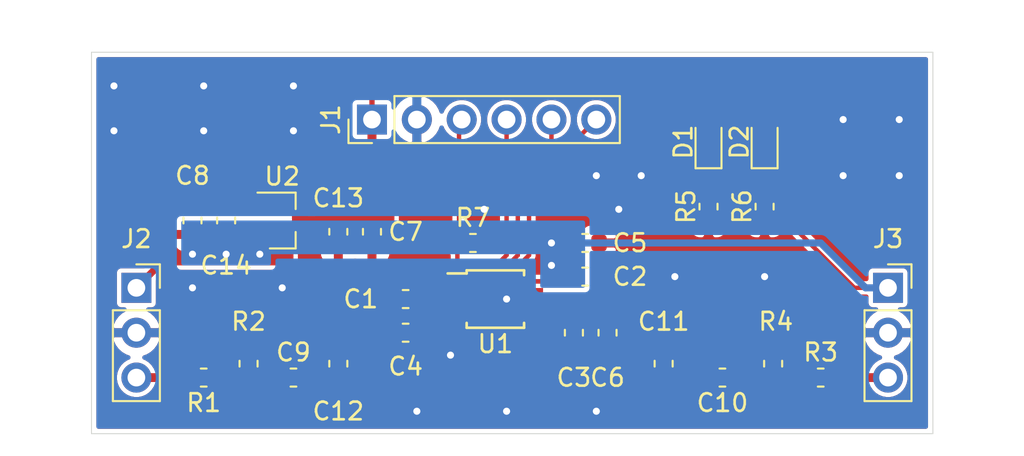
<source format=kicad_pcb>
(kicad_pcb (version 20171130) (host pcbnew 5.1.6)

  (general
    (thickness 1.6)
    (drawings 4)
    (tracks 99)
    (zones 0)
    (modules 28)
    (nets 18)
  )

  (page A4)
  (layers
    (0 F.Cu signal)
    (31 B.Cu signal)
    (32 B.Adhes user)
    (33 F.Adhes user)
    (34 B.Paste user)
    (35 F.Paste user)
    (36 B.SilkS user)
    (37 F.SilkS user)
    (38 B.Mask user)
    (39 F.Mask user)
    (40 Dwgs.User user)
    (41 Cmts.User user)
    (42 Eco1.User user)
    (43 Eco2.User user)
    (44 Edge.Cuts user)
    (45 Margin user)
    (46 B.CrtYd user)
    (47 F.CrtYd user)
    (48 B.Fab user)
    (49 F.Fab user)
  )

  (setup
    (last_trace_width 0.25)
    (trace_clearance 0.2)
    (zone_clearance 0.25)
    (zone_45_only no)
    (trace_min 0.2)
    (via_size 0.6)
    (via_drill 0.4)
    (via_min_size 0.6)
    (via_min_drill 0.4)
    (uvia_size 0.3)
    (uvia_drill 0.1)
    (uvias_allowed no)
    (uvia_min_size 0.2)
    (uvia_min_drill 0.1)
    (edge_width 0.05)
    (segment_width 0.2)
    (pcb_text_width 0.3)
    (pcb_text_size 1.5 1.5)
    (mod_edge_width 0.12)
    (mod_text_size 1 1)
    (mod_text_width 0.15)
    (pad_size 1.524 1.524)
    (pad_drill 0.762)
    (pad_to_mask_clearance 0.05)
    (aux_axis_origin 0 0)
    (visible_elements FFFFFF7F)
    (pcbplotparams
      (layerselection 0x010f0_ffffffff)
      (usegerberextensions false)
      (usegerberattributes true)
      (usegerberadvancedattributes true)
      (creategerberjobfile true)
      (excludeedgelayer true)
      (linewidth 0.100000)
      (plotframeref false)
      (viasonmask false)
      (mode 1)
      (useauxorigin false)
      (hpglpennumber 1)
      (hpglpenspeed 20)
      (hpglpendiameter 15.000000)
      (psnegative false)
      (psa4output false)
      (plotreference true)
      (plotvalue true)
      (plotinvisibletext false)
      (padsonsilk false)
      (subtractmaskfromsilk false)
      (outputformat 1)
      (mirror false)
      (drillshape 0)
      (scaleselection 1)
      (outputdirectory "gerber/"))
  )

  (net 0 "")
  (net 1 GND)
  (net 2 /FILT+)
  (net 3 +3V3)
  (net 4 /VQ)
  (net 5 +5V)
  (net 6 /AINL)
  (net 7 /Analogue_Frontend_L/Mic_input_stage)
  (net 8 /AINR)
  (net 9 /Analogue_Frontend_R/Mic_input_stage)
  (net 10 /5V_LED_A)
  (net 11 /3.3V_LED_A)
  (net 12 /MCLK)
  (net 13 /LRCK)
  (net 14 /SCLK)
  (net 15 /SDOUT)
  (net 16 /MIC_L_IN)
  (net 17 /MIC_R_IN)

  (net_class Default "This is the default net class."
    (clearance 0.2)
    (trace_width 0.25)
    (via_dia 0.6)
    (via_drill 0.4)
    (uvia_dia 0.3)
    (uvia_drill 0.1)
    (add_net +3V3)
    (add_net +5V)
    (add_net /3.3V_LED_A)
    (add_net /5V_LED_A)
    (add_net /AINL)
    (add_net /AINR)
    (add_net /Analogue_Frontend_L/Mic_input_stage)
    (add_net /Analogue_Frontend_R/Mic_input_stage)
    (add_net /FILT+)
    (add_net /LRCK)
    (add_net /MCLK)
    (add_net /MIC_L_IN)
    (add_net /MIC_R_IN)
    (add_net /SCLK)
    (add_net /SDOUT)
    (add_net /VQ)
    (add_net GND)
  )

  (module Package_TO_SOT_SMD:SOT-23 (layer F.Cu) (tedit 5A02FF57) (tstamp 5EF81F4C)
    (at 134.62 80.645)
    (descr "SOT-23, Standard")
    (tags SOT-23)
    (path /5EFF9A4F/5E9536DD)
    (attr smd)
    (fp_text reference U2 (at 0 -2.5) (layer F.SilkS)
      (effects (font (size 1 1) (thickness 0.15)))
    )
    (fp_text value SSP6206 (at 0 2.5) (layer F.Fab)
      (effects (font (size 1 1) (thickness 0.15)))
    )
    (fp_line (start -0.7 -0.95) (end -0.7 1.5) (layer F.Fab) (width 0.1))
    (fp_line (start -0.15 -1.52) (end 0.7 -1.52) (layer F.Fab) (width 0.1))
    (fp_line (start -0.7 -0.95) (end -0.15 -1.52) (layer F.Fab) (width 0.1))
    (fp_line (start 0.7 -1.52) (end 0.7 1.52) (layer F.Fab) (width 0.1))
    (fp_line (start -0.7 1.52) (end 0.7 1.52) (layer F.Fab) (width 0.1))
    (fp_line (start 0.76 1.58) (end 0.76 0.65) (layer F.SilkS) (width 0.12))
    (fp_line (start 0.76 -1.58) (end 0.76 -0.65) (layer F.SilkS) (width 0.12))
    (fp_line (start -1.7 -1.75) (end 1.7 -1.75) (layer F.CrtYd) (width 0.05))
    (fp_line (start 1.7 -1.75) (end 1.7 1.75) (layer F.CrtYd) (width 0.05))
    (fp_line (start 1.7 1.75) (end -1.7 1.75) (layer F.CrtYd) (width 0.05))
    (fp_line (start -1.7 1.75) (end -1.7 -1.75) (layer F.CrtYd) (width 0.05))
    (fp_line (start 0.76 -1.58) (end -1.4 -1.58) (layer F.SilkS) (width 0.12))
    (fp_line (start 0.76 1.58) (end -0.7 1.58) (layer F.SilkS) (width 0.12))
    (fp_text user %R (at 0 0 90) (layer F.Fab)
      (effects (font (size 0.5 0.5) (thickness 0.075)))
    )
    (pad 3 smd rect (at 1 0) (size 0.9 0.8) (layers F.Cu F.Paste F.Mask)
      (net 5 +5V))
    (pad 2 smd rect (at -1 0.95) (size 0.9 0.8) (layers F.Cu F.Paste F.Mask)
      (net 3 +3V3))
    (pad 1 smd rect (at -1 -0.95) (size 0.9 0.8) (layers F.Cu F.Paste F.Mask)
      (net 1 GND))
    (model ${KISYS3DMOD}/Package_TO_SOT_SMD.3dshapes/SOT-23.wrl
      (at (xyz 0 0 0))
      (scale (xyz 1 1 1))
      (rotate (xyz 0 0 0))
    )
  )

  (module Package_SO:TSSOP-10_3x3mm_P0.5mm (layer F.Cu) (tedit 5A02F25C) (tstamp 5EF806A5)
    (at 146.685 85.09)
    (descr "TSSOP10: plastic thin shrink small outline package; 10 leads; body width 3 mm; (see NXP SSOP-TSSOP-VSO-REFLOW.pdf and sot552-1_po.pdf)")
    (tags "SSOP 0.5")
    (path /5EF7643B)
    (attr smd)
    (fp_text reference U1 (at 0 2.54) (layer F.SilkS)
      (effects (font (size 1 1) (thickness 0.15)))
    )
    (fp_text value CS5343 (at 0 2.55) (layer F.Fab)
      (effects (font (size 1 1) (thickness 0.15)))
    )
    (fp_line (start -0.5 -1.5) (end 1.5 -1.5) (layer F.Fab) (width 0.15))
    (fp_line (start 1.5 -1.5) (end 1.5 1.5) (layer F.Fab) (width 0.15))
    (fp_line (start 1.5 1.5) (end -1.5 1.5) (layer F.Fab) (width 0.15))
    (fp_line (start -1.5 1.5) (end -1.5 -0.5) (layer F.Fab) (width 0.15))
    (fp_line (start -1.5 -0.5) (end -0.5 -1.5) (layer F.Fab) (width 0.15))
    (fp_line (start -2.95 -1.8) (end -2.95 1.8) (layer F.CrtYd) (width 0.05))
    (fp_line (start 2.95 -1.8) (end 2.95 1.8) (layer F.CrtYd) (width 0.05))
    (fp_line (start -2.95 -1.8) (end 2.95 -1.8) (layer F.CrtYd) (width 0.05))
    (fp_line (start -2.95 1.8) (end 2.95 1.8) (layer F.CrtYd) (width 0.05))
    (fp_line (start -1.625 -1.625) (end -1.625 -1.45) (layer F.SilkS) (width 0.15))
    (fp_line (start 1.625 -1.625) (end 1.625 -1.35) (layer F.SilkS) (width 0.15))
    (fp_line (start 1.625 1.625) (end 1.625 1.35) (layer F.SilkS) (width 0.15))
    (fp_line (start -1.625 1.625) (end -1.625 1.35) (layer F.SilkS) (width 0.15))
    (fp_line (start -1.625 -1.625) (end 1.625 -1.625) (layer F.SilkS) (width 0.15))
    (fp_line (start -1.625 1.625) (end 1.625 1.625) (layer F.SilkS) (width 0.15))
    (fp_line (start -1.625 -1.45) (end -2.7 -1.45) (layer F.SilkS) (width 0.15))
    (fp_text user %R (at 0 0) (layer F.Fab)
      (effects (font (size 0.6 0.6) (thickness 0.15)))
    )
    (pad 10 smd rect (at 2.15 -1) (size 1.1 0.25) (layers F.Cu F.Paste F.Mask)
      (net 3 +3V3))
    (pad 9 smd rect (at 2.15 -0.5) (size 1.1 0.25) (layers F.Cu F.Paste F.Mask)
      (net 1 GND))
    (pad 8 smd rect (at 2.15 0) (size 1.1 0.25) (layers F.Cu F.Paste F.Mask)
      (net 8 /AINR))
    (pad 7 smd rect (at 2.15 0.5) (size 1.1 0.25) (layers F.Cu F.Paste F.Mask)
      (net 4 /VQ))
    (pad 6 smd rect (at 2.15 1) (size 1.1 0.25) (layers F.Cu F.Paste F.Mask)
      (net 6 /AINL))
    (pad 5 smd rect (at -2.15 1) (size 1.1 0.25) (layers F.Cu F.Paste F.Mask)
      (net 2 /FILT+))
    (pad 4 smd rect (at -2.15 0.5) (size 1.1 0.25) (layers F.Cu F.Paste F.Mask)
      (net 12 /MCLK))
    (pad 3 smd rect (at -2.15 0) (size 1.1 0.25) (layers F.Cu F.Paste F.Mask)
      (net 13 /LRCK))
    (pad 2 smd rect (at -2.15 -0.5) (size 1.1 0.25) (layers F.Cu F.Paste F.Mask)
      (net 14 /SCLK))
    (pad 1 smd rect (at -2.15 -1) (size 1.1 0.25) (layers F.Cu F.Paste F.Mask)
      (net 15 /SDOUT))
    (model ${KISYS3DMOD}/Package_SO.3dshapes/TSSOP-10_3x3mm_P0.5mm.wrl
      (at (xyz 0 0 0))
      (scale (xyz 1 1 1))
      (rotate (xyz 0 0 0))
    )
  )

  (module Resistor_SMD:R_0603_1608Metric (layer F.Cu) (tedit 5B301BBD) (tstamp 5EF80686)
    (at 145.415 81.915)
    (descr "Resistor SMD 0603 (1608 Metric), square (rectangular) end terminal, IPC_7351 nominal, (Body size source: http://www.tortai-tech.com/upload/download/2011102023233369053.pdf), generated with kicad-footprint-generator")
    (tags resistor)
    (path /5EFB9E97)
    (attr smd)
    (fp_text reference R7 (at 0 -1.43) (layer F.SilkS)
      (effects (font (size 1 1) (thickness 0.15)))
    )
    (fp_text value 10kR (at 0 1.43) (layer F.Fab)
      (effects (font (size 1 1) (thickness 0.15)))
    )
    (fp_line (start -0.8 0.4) (end -0.8 -0.4) (layer F.Fab) (width 0.1))
    (fp_line (start -0.8 -0.4) (end 0.8 -0.4) (layer F.Fab) (width 0.1))
    (fp_line (start 0.8 -0.4) (end 0.8 0.4) (layer F.Fab) (width 0.1))
    (fp_line (start 0.8 0.4) (end -0.8 0.4) (layer F.Fab) (width 0.1))
    (fp_line (start -0.162779 -0.51) (end 0.162779 -0.51) (layer F.SilkS) (width 0.12))
    (fp_line (start -0.162779 0.51) (end 0.162779 0.51) (layer F.SilkS) (width 0.12))
    (fp_line (start -1.48 0.73) (end -1.48 -0.73) (layer F.CrtYd) (width 0.05))
    (fp_line (start -1.48 -0.73) (end 1.48 -0.73) (layer F.CrtYd) (width 0.05))
    (fp_line (start 1.48 -0.73) (end 1.48 0.73) (layer F.CrtYd) (width 0.05))
    (fp_line (start 1.48 0.73) (end -1.48 0.73) (layer F.CrtYd) (width 0.05))
    (fp_text user %R (at 0 0) (layer F.Fab)
      (effects (font (size 0.4 0.4) (thickness 0.06)))
    )
    (pad 2 smd roundrect (at 0.7875 0) (size 0.875 0.95) (layers F.Cu F.Paste F.Mask) (roundrect_rratio 0.25)
      (net 1 GND))
    (pad 1 smd roundrect (at -0.7875 0) (size 0.875 0.95) (layers F.Cu F.Paste F.Mask) (roundrect_rratio 0.25)
      (net 15 /SDOUT))
    (model ${KISYS3DMOD}/Resistor_SMD.3dshapes/R_0603_1608Metric.wrl
      (at (xyz 0 0 0))
      (scale (xyz 1 1 1))
      (rotate (xyz 0 0 0))
    )
  )

  (module Resistor_SMD:R_0603_1608Metric (layer F.Cu) (tedit 5B301BBD) (tstamp 5EF817A0)
    (at 161.925 79.8575 270)
    (descr "Resistor SMD 0603 (1608 Metric), square (rectangular) end terminal, IPC_7351 nominal, (Body size source: http://www.tortai-tech.com/upload/download/2011102023233369053.pdf), generated with kicad-footprint-generator")
    (tags resistor)
    (path /5F056979)
    (attr smd)
    (fp_text reference R6 (at 0 1.27 90) (layer F.SilkS)
      (effects (font (size 1 1) (thickness 0.15)))
    )
    (fp_text value 300 (at 0 1.43 90) (layer F.Fab)
      (effects (font (size 1 1) (thickness 0.15)))
    )
    (fp_line (start -0.8 0.4) (end -0.8 -0.4) (layer F.Fab) (width 0.1))
    (fp_line (start -0.8 -0.4) (end 0.8 -0.4) (layer F.Fab) (width 0.1))
    (fp_line (start 0.8 -0.4) (end 0.8 0.4) (layer F.Fab) (width 0.1))
    (fp_line (start 0.8 0.4) (end -0.8 0.4) (layer F.Fab) (width 0.1))
    (fp_line (start -0.162779 -0.51) (end 0.162779 -0.51) (layer F.SilkS) (width 0.12))
    (fp_line (start -0.162779 0.51) (end 0.162779 0.51) (layer F.SilkS) (width 0.12))
    (fp_line (start -1.48 0.73) (end -1.48 -0.73) (layer F.CrtYd) (width 0.05))
    (fp_line (start -1.48 -0.73) (end 1.48 -0.73) (layer F.CrtYd) (width 0.05))
    (fp_line (start 1.48 -0.73) (end 1.48 0.73) (layer F.CrtYd) (width 0.05))
    (fp_line (start 1.48 0.73) (end -1.48 0.73) (layer F.CrtYd) (width 0.05))
    (fp_text user %R (at 0 0 90) (layer F.Fab)
      (effects (font (size 0.4 0.4) (thickness 0.06)))
    )
    (pad 2 smd roundrect (at 0.7875 0 270) (size 0.875 0.95) (layers F.Cu F.Paste F.Mask) (roundrect_rratio 0.25)
      (net 1 GND))
    (pad 1 smd roundrect (at -0.7875 0 270) (size 0.875 0.95) (layers F.Cu F.Paste F.Mask) (roundrect_rratio 0.25)
      (net 11 /3.3V_LED_A))
    (model ${KISYS3DMOD}/Resistor_SMD.3dshapes/R_0603_1608Metric.wrl
      (at (xyz 0 0 0))
      (scale (xyz 1 1 1))
      (rotate (xyz 0 0 0))
    )
  )

  (module Resistor_SMD:R_0603_1608Metric (layer F.Cu) (tedit 5B301BBD) (tstamp 5EF80664)
    (at 158.75 79.8575 270)
    (descr "Resistor SMD 0603 (1608 Metric), square (rectangular) end terminal, IPC_7351 nominal, (Body size source: http://www.tortai-tech.com/upload/download/2011102023233369053.pdf), generated with kicad-footprint-generator")
    (tags resistor)
    (path /5F03D327)
    (attr smd)
    (fp_text reference R5 (at 0 1.27 90) (layer F.SilkS)
      (effects (font (size 1 1) (thickness 0.15)))
    )
    (fp_text value 620R (at 0 1.43 90) (layer F.Fab)
      (effects (font (size 1 1) (thickness 0.15)))
    )
    (fp_line (start -0.8 0.4) (end -0.8 -0.4) (layer F.Fab) (width 0.1))
    (fp_line (start -0.8 -0.4) (end 0.8 -0.4) (layer F.Fab) (width 0.1))
    (fp_line (start 0.8 -0.4) (end 0.8 0.4) (layer F.Fab) (width 0.1))
    (fp_line (start 0.8 0.4) (end -0.8 0.4) (layer F.Fab) (width 0.1))
    (fp_line (start -0.162779 -0.51) (end 0.162779 -0.51) (layer F.SilkS) (width 0.12))
    (fp_line (start -0.162779 0.51) (end 0.162779 0.51) (layer F.SilkS) (width 0.12))
    (fp_line (start -1.48 0.73) (end -1.48 -0.73) (layer F.CrtYd) (width 0.05))
    (fp_line (start -1.48 -0.73) (end 1.48 -0.73) (layer F.CrtYd) (width 0.05))
    (fp_line (start 1.48 -0.73) (end 1.48 0.73) (layer F.CrtYd) (width 0.05))
    (fp_line (start 1.48 0.73) (end -1.48 0.73) (layer F.CrtYd) (width 0.05))
    (fp_text user %R (at 0 0 90) (layer F.Fab)
      (effects (font (size 0.4 0.4) (thickness 0.06)))
    )
    (pad 2 smd roundrect (at 0.7875 0 270) (size 0.875 0.95) (layers F.Cu F.Paste F.Mask) (roundrect_rratio 0.25)
      (net 1 GND))
    (pad 1 smd roundrect (at -0.7875 0 270) (size 0.875 0.95) (layers F.Cu F.Paste F.Mask) (roundrect_rratio 0.25)
      (net 10 /5V_LED_A))
    (model ${KISYS3DMOD}/Resistor_SMD.3dshapes/R_0603_1608Metric.wrl
      (at (xyz 0 0 0))
      (scale (xyz 1 1 1))
      (rotate (xyz 0 0 0))
    )
  )

  (module Resistor_SMD:R_0603_1608Metric (layer F.Cu) (tedit 5B301BBD) (tstamp 5EF80653)
    (at 162.4075 88.7475 90)
    (descr "Resistor SMD 0603 (1608 Metric), square (rectangular) end terminal, IPC_7351 nominal, (Body size source: http://www.tortai-tech.com/upload/download/2011102023233369053.pdf), generated with kicad-footprint-generator")
    (tags resistor)
    (path /5EFD3570/5EFD405B)
    (attr smd)
    (fp_text reference R4 (at 2.3875 0.1525 180) (layer F.SilkS)
      (effects (font (size 1 1) (thickness 0.15)))
    )
    (fp_text value 4.99kR (at 0 1.43 90) (layer F.Fab)
      (effects (font (size 1 1) (thickness 0.15)))
    )
    (fp_line (start -0.8 0.4) (end -0.8 -0.4) (layer F.Fab) (width 0.1))
    (fp_line (start -0.8 -0.4) (end 0.8 -0.4) (layer F.Fab) (width 0.1))
    (fp_line (start 0.8 -0.4) (end 0.8 0.4) (layer F.Fab) (width 0.1))
    (fp_line (start 0.8 0.4) (end -0.8 0.4) (layer F.Fab) (width 0.1))
    (fp_line (start -0.162779 -0.51) (end 0.162779 -0.51) (layer F.SilkS) (width 0.12))
    (fp_line (start -0.162779 0.51) (end 0.162779 0.51) (layer F.SilkS) (width 0.12))
    (fp_line (start -1.48 0.73) (end -1.48 -0.73) (layer F.CrtYd) (width 0.05))
    (fp_line (start -1.48 -0.73) (end 1.48 -0.73) (layer F.CrtYd) (width 0.05))
    (fp_line (start 1.48 -0.73) (end 1.48 0.73) (layer F.CrtYd) (width 0.05))
    (fp_line (start 1.48 0.73) (end -1.48 0.73) (layer F.CrtYd) (width 0.05))
    (fp_text user %R (at 0 0 90) (layer F.Fab)
      (effects (font (size 0.4 0.4) (thickness 0.06)))
    )
    (pad 2 smd roundrect (at 0.7875 0 90) (size 0.875 0.95) (layers F.Cu F.Paste F.Mask) (roundrect_rratio 0.25)
      (net 1 GND))
    (pad 1 smd roundrect (at -0.7875 0 90) (size 0.875 0.95) (layers F.Cu F.Paste F.Mask) (roundrect_rratio 0.25)
      (net 9 /Analogue_Frontend_R/Mic_input_stage))
    (model ${KISYS3DMOD}/Resistor_SMD.3dshapes/R_0603_1608Metric.wrl
      (at (xyz 0 0 0))
      (scale (xyz 1 1 1))
      (rotate (xyz 0 0 0))
    )
  )

  (module Resistor_SMD:R_0603_1608Metric (layer F.Cu) (tedit 5B301BBD) (tstamp 5EF80642)
    (at 165.1 89.535)
    (descr "Resistor SMD 0603 (1608 Metric), square (rectangular) end terminal, IPC_7351 nominal, (Body size source: http://www.tortai-tech.com/upload/download/2011102023233369053.pdf), generated with kicad-footprint-generator")
    (tags resistor)
    (path /5EFD3570/5EFD39A9)
    (attr smd)
    (fp_text reference R3 (at 0 -1.43) (layer F.SilkS)
      (effects (font (size 1 1) (thickness 0.15)))
    )
    (fp_text value 4.99kR (at 0 1.43) (layer F.Fab)
      (effects (font (size 1 1) (thickness 0.15)))
    )
    (fp_line (start -0.8 0.4) (end -0.8 -0.4) (layer F.Fab) (width 0.1))
    (fp_line (start -0.8 -0.4) (end 0.8 -0.4) (layer F.Fab) (width 0.1))
    (fp_line (start 0.8 -0.4) (end 0.8 0.4) (layer F.Fab) (width 0.1))
    (fp_line (start 0.8 0.4) (end -0.8 0.4) (layer F.Fab) (width 0.1))
    (fp_line (start -0.162779 -0.51) (end 0.162779 -0.51) (layer F.SilkS) (width 0.12))
    (fp_line (start -0.162779 0.51) (end 0.162779 0.51) (layer F.SilkS) (width 0.12))
    (fp_line (start -1.48 0.73) (end -1.48 -0.73) (layer F.CrtYd) (width 0.05))
    (fp_line (start -1.48 -0.73) (end 1.48 -0.73) (layer F.CrtYd) (width 0.05))
    (fp_line (start 1.48 -0.73) (end 1.48 0.73) (layer F.CrtYd) (width 0.05))
    (fp_line (start 1.48 0.73) (end -1.48 0.73) (layer F.CrtYd) (width 0.05))
    (fp_text user %R (at 0 0) (layer F.Fab)
      (effects (font (size 0.4 0.4) (thickness 0.06)))
    )
    (pad 2 smd roundrect (at 0.7875 0) (size 0.875 0.95) (layers F.Cu F.Paste F.Mask) (roundrect_rratio 0.25)
      (net 17 /MIC_R_IN))
    (pad 1 smd roundrect (at -0.7875 0) (size 0.875 0.95) (layers F.Cu F.Paste F.Mask) (roundrect_rratio 0.25)
      (net 9 /Analogue_Frontend_R/Mic_input_stage))
    (model ${KISYS3DMOD}/Resistor_SMD.3dshapes/R_0603_1608Metric.wrl
      (at (xyz 0 0 0))
      (scale (xyz 1 1 1))
      (rotate (xyz 0 0 0))
    )
  )

  (module Resistor_SMD:R_0603_1608Metric (layer F.Cu) (tedit 5B301BBD) (tstamp 5EF80631)
    (at 132.715 88.7475 90)
    (descr "Resistor SMD 0603 (1608 Metric), square (rectangular) end terminal, IPC_7351 nominal, (Body size source: http://www.tortai-tech.com/upload/download/2011102023233369053.pdf), generated with kicad-footprint-generator")
    (tags resistor)
    (path /5EFE2DBB/5EFD405B)
    (attr smd)
    (fp_text reference R2 (at 2.3875 0 180) (layer F.SilkS)
      (effects (font (size 1 1) (thickness 0.15)))
    )
    (fp_text value 4.99kR (at 0 1.43 90) (layer F.Fab)
      (effects (font (size 1 1) (thickness 0.15)))
    )
    (fp_line (start -0.8 0.4) (end -0.8 -0.4) (layer F.Fab) (width 0.1))
    (fp_line (start -0.8 -0.4) (end 0.8 -0.4) (layer F.Fab) (width 0.1))
    (fp_line (start 0.8 -0.4) (end 0.8 0.4) (layer F.Fab) (width 0.1))
    (fp_line (start 0.8 0.4) (end -0.8 0.4) (layer F.Fab) (width 0.1))
    (fp_line (start -0.162779 -0.51) (end 0.162779 -0.51) (layer F.SilkS) (width 0.12))
    (fp_line (start -0.162779 0.51) (end 0.162779 0.51) (layer F.SilkS) (width 0.12))
    (fp_line (start -1.48 0.73) (end -1.48 -0.73) (layer F.CrtYd) (width 0.05))
    (fp_line (start -1.48 -0.73) (end 1.48 -0.73) (layer F.CrtYd) (width 0.05))
    (fp_line (start 1.48 -0.73) (end 1.48 0.73) (layer F.CrtYd) (width 0.05))
    (fp_line (start 1.48 0.73) (end -1.48 0.73) (layer F.CrtYd) (width 0.05))
    (fp_text user %R (at 0 0 90) (layer F.Fab)
      (effects (font (size 0.4 0.4) (thickness 0.06)))
    )
    (pad 2 smd roundrect (at 0.7875 0 90) (size 0.875 0.95) (layers F.Cu F.Paste F.Mask) (roundrect_rratio 0.25)
      (net 1 GND))
    (pad 1 smd roundrect (at -0.7875 0 90) (size 0.875 0.95) (layers F.Cu F.Paste F.Mask) (roundrect_rratio 0.25)
      (net 7 /Analogue_Frontend_L/Mic_input_stage))
    (model ${KISYS3DMOD}/Resistor_SMD.3dshapes/R_0603_1608Metric.wrl
      (at (xyz 0 0 0))
      (scale (xyz 1 1 1))
      (rotate (xyz 0 0 0))
    )
  )

  (module Resistor_SMD:R_0603_1608Metric (layer F.Cu) (tedit 5B301BBD) (tstamp 5EF81876)
    (at 130.175 89.535 180)
    (descr "Resistor SMD 0603 (1608 Metric), square (rectangular) end terminal, IPC_7351 nominal, (Body size source: http://www.tortai-tech.com/upload/download/2011102023233369053.pdf), generated with kicad-footprint-generator")
    (tags resistor)
    (path /5EFE2DBB/5EFD39A9)
    (attr smd)
    (fp_text reference R1 (at 0 -1.43) (layer F.SilkS)
      (effects (font (size 1 1) (thickness 0.15)))
    )
    (fp_text value 4.99kR (at 0 1.43) (layer F.Fab)
      (effects (font (size 1 1) (thickness 0.15)))
    )
    (fp_line (start -0.8 0.4) (end -0.8 -0.4) (layer F.Fab) (width 0.1))
    (fp_line (start -0.8 -0.4) (end 0.8 -0.4) (layer F.Fab) (width 0.1))
    (fp_line (start 0.8 -0.4) (end 0.8 0.4) (layer F.Fab) (width 0.1))
    (fp_line (start 0.8 0.4) (end -0.8 0.4) (layer F.Fab) (width 0.1))
    (fp_line (start -0.162779 -0.51) (end 0.162779 -0.51) (layer F.SilkS) (width 0.12))
    (fp_line (start -0.162779 0.51) (end 0.162779 0.51) (layer F.SilkS) (width 0.12))
    (fp_line (start -1.48 0.73) (end -1.48 -0.73) (layer F.CrtYd) (width 0.05))
    (fp_line (start -1.48 -0.73) (end 1.48 -0.73) (layer F.CrtYd) (width 0.05))
    (fp_line (start 1.48 -0.73) (end 1.48 0.73) (layer F.CrtYd) (width 0.05))
    (fp_line (start 1.48 0.73) (end -1.48 0.73) (layer F.CrtYd) (width 0.05))
    (fp_text user %R (at 0 0) (layer F.Fab)
      (effects (font (size 0.4 0.4) (thickness 0.06)))
    )
    (pad 2 smd roundrect (at 0.7875 0 180) (size 0.875 0.95) (layers F.Cu F.Paste F.Mask) (roundrect_rratio 0.25)
      (net 16 /MIC_L_IN))
    (pad 1 smd roundrect (at -0.7875 0 180) (size 0.875 0.95) (layers F.Cu F.Paste F.Mask) (roundrect_rratio 0.25)
      (net 7 /Analogue_Frontend_L/Mic_input_stage))
    (model ${KISYS3DMOD}/Resistor_SMD.3dshapes/R_0603_1608Metric.wrl
      (at (xyz 0 0 0))
      (scale (xyz 1 1 1))
      (rotate (xyz 0 0 0))
    )
  )

  (module Connector_PinSocket_2.54mm:PinSocket_1x03_P2.54mm_Vertical (layer F.Cu) (tedit 5A19A429) (tstamp 5EF8060F)
    (at 168.91 84.455)
    (descr "Through hole straight socket strip, 1x03, 2.54mm pitch, single row (from Kicad 4.0.7), script generated")
    (tags "Through hole socket strip THT 1x03 2.54mm single row")
    (path /5F021E13)
    (fp_text reference J3 (at 0 -2.77) (layer F.SilkS)
      (effects (font (size 1 1) (thickness 0.15)))
    )
    (fp_text value Conn_01x03_Female (at 0 7.85) (layer F.Fab)
      (effects (font (size 1 1) (thickness 0.15)))
    )
    (fp_line (start -1.27 -1.27) (end 0.635 -1.27) (layer F.Fab) (width 0.1))
    (fp_line (start 0.635 -1.27) (end 1.27 -0.635) (layer F.Fab) (width 0.1))
    (fp_line (start 1.27 -0.635) (end 1.27 6.35) (layer F.Fab) (width 0.1))
    (fp_line (start 1.27 6.35) (end -1.27 6.35) (layer F.Fab) (width 0.1))
    (fp_line (start -1.27 6.35) (end -1.27 -1.27) (layer F.Fab) (width 0.1))
    (fp_line (start -1.33 1.27) (end 1.33 1.27) (layer F.SilkS) (width 0.12))
    (fp_line (start -1.33 1.27) (end -1.33 6.41) (layer F.SilkS) (width 0.12))
    (fp_line (start -1.33 6.41) (end 1.33 6.41) (layer F.SilkS) (width 0.12))
    (fp_line (start 1.33 1.27) (end 1.33 6.41) (layer F.SilkS) (width 0.12))
    (fp_line (start 1.33 -1.33) (end 1.33 0) (layer F.SilkS) (width 0.12))
    (fp_line (start 0 -1.33) (end 1.33 -1.33) (layer F.SilkS) (width 0.12))
    (fp_line (start -1.8 -1.8) (end 1.75 -1.8) (layer F.CrtYd) (width 0.05))
    (fp_line (start 1.75 -1.8) (end 1.75 6.85) (layer F.CrtYd) (width 0.05))
    (fp_line (start 1.75 6.85) (end -1.8 6.85) (layer F.CrtYd) (width 0.05))
    (fp_line (start -1.8 6.85) (end -1.8 -1.8) (layer F.CrtYd) (width 0.05))
    (fp_text user %R (at 0 2.54 90) (layer F.Fab)
      (effects (font (size 1 1) (thickness 0.15)))
    )
    (pad 3 thru_hole oval (at 0 5.08) (size 1.7 1.7) (drill 1) (layers *.Cu *.Mask)
      (net 17 /MIC_R_IN))
    (pad 2 thru_hole oval (at 0 2.54) (size 1.7 1.7) (drill 1) (layers *.Cu *.Mask)
      (net 1 GND))
    (pad 1 thru_hole rect (at 0 0) (size 1.7 1.7) (drill 1) (layers *.Cu *.Mask)
      (net 3 +3V3))
    (model ${KISYS3DMOD}/Connector_PinSocket_2.54mm.3dshapes/PinSocket_1x03_P2.54mm_Vertical.wrl
      (at (xyz 0 0 0))
      (scale (xyz 1 1 1))
      (rotate (xyz 0 0 0))
    )
  )

  (module Connector_PinSocket_2.54mm:PinSocket_1x03_P2.54mm_Vertical (layer F.Cu) (tedit 5A19A429) (tstamp 5EF805F8)
    (at 126.365 84.455)
    (descr "Through hole straight socket strip, 1x03, 2.54mm pitch, single row (from Kicad 4.0.7), script generated")
    (tags "Through hole socket strip THT 1x03 2.54mm single row")
    (path /5F02192B)
    (fp_text reference J2 (at 0 -2.77) (layer F.SilkS)
      (effects (font (size 1 1) (thickness 0.15)))
    )
    (fp_text value Conn_01x03_Female (at 0 7.85) (layer F.Fab)
      (effects (font (size 1 1) (thickness 0.15)))
    )
    (fp_line (start -1.27 -1.27) (end 0.635 -1.27) (layer F.Fab) (width 0.1))
    (fp_line (start 0.635 -1.27) (end 1.27 -0.635) (layer F.Fab) (width 0.1))
    (fp_line (start 1.27 -0.635) (end 1.27 6.35) (layer F.Fab) (width 0.1))
    (fp_line (start 1.27 6.35) (end -1.27 6.35) (layer F.Fab) (width 0.1))
    (fp_line (start -1.27 6.35) (end -1.27 -1.27) (layer F.Fab) (width 0.1))
    (fp_line (start -1.33 1.27) (end 1.33 1.27) (layer F.SilkS) (width 0.12))
    (fp_line (start -1.33 1.27) (end -1.33 6.41) (layer F.SilkS) (width 0.12))
    (fp_line (start -1.33 6.41) (end 1.33 6.41) (layer F.SilkS) (width 0.12))
    (fp_line (start 1.33 1.27) (end 1.33 6.41) (layer F.SilkS) (width 0.12))
    (fp_line (start 1.33 -1.33) (end 1.33 0) (layer F.SilkS) (width 0.12))
    (fp_line (start 0 -1.33) (end 1.33 -1.33) (layer F.SilkS) (width 0.12))
    (fp_line (start -1.8 -1.8) (end 1.75 -1.8) (layer F.CrtYd) (width 0.05))
    (fp_line (start 1.75 -1.8) (end 1.75 6.85) (layer F.CrtYd) (width 0.05))
    (fp_line (start 1.75 6.85) (end -1.8 6.85) (layer F.CrtYd) (width 0.05))
    (fp_line (start -1.8 6.85) (end -1.8 -1.8) (layer F.CrtYd) (width 0.05))
    (fp_text user %R (at 0 2.54 90) (layer F.Fab)
      (effects (font (size 1 1) (thickness 0.15)))
    )
    (pad 3 thru_hole oval (at 0 5.08) (size 1.7 1.7) (drill 1) (layers *.Cu *.Mask)
      (net 16 /MIC_L_IN))
    (pad 2 thru_hole oval (at 0 2.54) (size 1.7 1.7) (drill 1) (layers *.Cu *.Mask)
      (net 1 GND))
    (pad 1 thru_hole rect (at 0 0) (size 1.7 1.7) (drill 1) (layers *.Cu *.Mask)
      (net 3 +3V3))
    (model ${KISYS3DMOD}/Connector_PinSocket_2.54mm.3dshapes/PinSocket_1x03_P2.54mm_Vertical.wrl
      (at (xyz 0 0 0))
      (scale (xyz 1 1 1))
      (rotate (xyz 0 0 0))
    )
  )

  (module Connector_PinHeader_2.54mm:PinHeader_1x06_P2.54mm_Vertical (layer F.Cu) (tedit 59FED5CC) (tstamp 5EF805E1)
    (at 139.7 74.93 90)
    (descr "Through hole straight pin header, 1x06, 2.54mm pitch, single row")
    (tags "Through hole pin header THT 1x06 2.54mm single row")
    (path /5EFC0299)
    (fp_text reference J1 (at 0 -2.33 90) (layer F.SilkS)
      (effects (font (size 1 1) (thickness 0.15)))
    )
    (fp_text value Conn_01x06_Male (at 0 15.03 90) (layer F.Fab)
      (effects (font (size 1 1) (thickness 0.15)))
    )
    (fp_line (start -0.635 -1.27) (end 1.27 -1.27) (layer F.Fab) (width 0.1))
    (fp_line (start 1.27 -1.27) (end 1.27 13.97) (layer F.Fab) (width 0.1))
    (fp_line (start 1.27 13.97) (end -1.27 13.97) (layer F.Fab) (width 0.1))
    (fp_line (start -1.27 13.97) (end -1.27 -0.635) (layer F.Fab) (width 0.1))
    (fp_line (start -1.27 -0.635) (end -0.635 -1.27) (layer F.Fab) (width 0.1))
    (fp_line (start -1.33 14.03) (end 1.33 14.03) (layer F.SilkS) (width 0.12))
    (fp_line (start -1.33 1.27) (end -1.33 14.03) (layer F.SilkS) (width 0.12))
    (fp_line (start 1.33 1.27) (end 1.33 14.03) (layer F.SilkS) (width 0.12))
    (fp_line (start -1.33 1.27) (end 1.33 1.27) (layer F.SilkS) (width 0.12))
    (fp_line (start -1.33 0) (end -1.33 -1.33) (layer F.SilkS) (width 0.12))
    (fp_line (start -1.33 -1.33) (end 0 -1.33) (layer F.SilkS) (width 0.12))
    (fp_line (start -1.8 -1.8) (end -1.8 14.5) (layer F.CrtYd) (width 0.05))
    (fp_line (start -1.8 14.5) (end 1.8 14.5) (layer F.CrtYd) (width 0.05))
    (fp_line (start 1.8 14.5) (end 1.8 -1.8) (layer F.CrtYd) (width 0.05))
    (fp_line (start 1.8 -1.8) (end -1.8 -1.8) (layer F.CrtYd) (width 0.05))
    (fp_text user %R (at 0 6.35) (layer F.Fab)
      (effects (font (size 1 1) (thickness 0.15)))
    )
    (pad 6 thru_hole oval (at 0 12.7 90) (size 1.7 1.7) (drill 1) (layers *.Cu *.Mask)
      (net 12 /MCLK))
    (pad 5 thru_hole oval (at 0 10.16 90) (size 1.7 1.7) (drill 1) (layers *.Cu *.Mask)
      (net 13 /LRCK))
    (pad 4 thru_hole oval (at 0 7.62 90) (size 1.7 1.7) (drill 1) (layers *.Cu *.Mask)
      (net 14 /SCLK))
    (pad 3 thru_hole oval (at 0 5.08 90) (size 1.7 1.7) (drill 1) (layers *.Cu *.Mask)
      (net 15 /SDOUT))
    (pad 2 thru_hole oval (at 0 2.54 90) (size 1.7 1.7) (drill 1) (layers *.Cu *.Mask)
      (net 1 GND))
    (pad 1 thru_hole rect (at 0 0 90) (size 1.7 1.7) (drill 1) (layers *.Cu *.Mask)
      (net 5 +5V))
    (model ${KISYS3DMOD}/Connector_PinHeader_2.54mm.3dshapes/PinHeader_1x06_P2.54mm_Vertical.wrl
      (at (xyz 0 0 0))
      (scale (xyz 1 1 1))
      (rotate (xyz 0 0 0))
    )
  )

  (module LED_SMD:LED_0603_1608Metric (layer F.Cu) (tedit 5B301BBE) (tstamp 5EF805C7)
    (at 161.925 76.2 90)
    (descr "LED SMD 0603 (1608 Metric), square (rectangular) end terminal, IPC_7351 nominal, (Body size source: http://www.tortai-tech.com/upload/download/2011102023233369053.pdf), generated with kicad-footprint-generator")
    (tags diode)
    (path /5F05696F)
    (attr smd)
    (fp_text reference D2 (at 0 -1.43 90) (layer F.SilkS)
      (effects (font (size 1 1) (thickness 0.15)))
    )
    (fp_text value LED (at 0 1.43 90) (layer F.Fab)
      (effects (font (size 1 1) (thickness 0.15)))
    )
    (fp_line (start 0.8 -0.4) (end -0.5 -0.4) (layer F.Fab) (width 0.1))
    (fp_line (start -0.5 -0.4) (end -0.8 -0.1) (layer F.Fab) (width 0.1))
    (fp_line (start -0.8 -0.1) (end -0.8 0.4) (layer F.Fab) (width 0.1))
    (fp_line (start -0.8 0.4) (end 0.8 0.4) (layer F.Fab) (width 0.1))
    (fp_line (start 0.8 0.4) (end 0.8 -0.4) (layer F.Fab) (width 0.1))
    (fp_line (start 0.8 -0.735) (end -1.485 -0.735) (layer F.SilkS) (width 0.12))
    (fp_line (start -1.485 -0.735) (end -1.485 0.735) (layer F.SilkS) (width 0.12))
    (fp_line (start -1.485 0.735) (end 0.8 0.735) (layer F.SilkS) (width 0.12))
    (fp_line (start -1.48 0.73) (end -1.48 -0.73) (layer F.CrtYd) (width 0.05))
    (fp_line (start -1.48 -0.73) (end 1.48 -0.73) (layer F.CrtYd) (width 0.05))
    (fp_line (start 1.48 -0.73) (end 1.48 0.73) (layer F.CrtYd) (width 0.05))
    (fp_line (start 1.48 0.73) (end -1.48 0.73) (layer F.CrtYd) (width 0.05))
    (fp_text user %R (at 0 0 90) (layer F.Fab)
      (effects (font (size 0.4 0.4) (thickness 0.06)))
    )
    (pad 2 smd roundrect (at 0.7875 0 90) (size 0.875 0.95) (layers F.Cu F.Paste F.Mask) (roundrect_rratio 0.25)
      (net 3 +3V3))
    (pad 1 smd roundrect (at -0.7875 0 90) (size 0.875 0.95) (layers F.Cu F.Paste F.Mask) (roundrect_rratio 0.25)
      (net 11 /3.3V_LED_A))
    (model ${KISYS3DMOD}/LED_SMD.3dshapes/LED_0603_1608Metric.wrl
      (at (xyz 0 0 0))
      (scale (xyz 1 1 1))
      (rotate (xyz 0 0 0))
    )
  )

  (module LED_SMD:LED_0603_1608Metric (layer F.Cu) (tedit 5B301BBE) (tstamp 5EF805B4)
    (at 158.75 76.2 90)
    (descr "LED SMD 0603 (1608 Metric), square (rectangular) end terminal, IPC_7351 nominal, (Body size source: http://www.tortai-tech.com/upload/download/2011102023233369053.pdf), generated with kicad-footprint-generator")
    (tags diode)
    (path /5F03BF08)
    (attr smd)
    (fp_text reference D1 (at 0 -1.43 90) (layer F.SilkS)
      (effects (font (size 1 1) (thickness 0.15)))
    )
    (fp_text value LED (at 0 1.43 90) (layer F.Fab)
      (effects (font (size 1 1) (thickness 0.15)))
    )
    (fp_line (start 0.8 -0.4) (end -0.5 -0.4) (layer F.Fab) (width 0.1))
    (fp_line (start -0.5 -0.4) (end -0.8 -0.1) (layer F.Fab) (width 0.1))
    (fp_line (start -0.8 -0.1) (end -0.8 0.4) (layer F.Fab) (width 0.1))
    (fp_line (start -0.8 0.4) (end 0.8 0.4) (layer F.Fab) (width 0.1))
    (fp_line (start 0.8 0.4) (end 0.8 -0.4) (layer F.Fab) (width 0.1))
    (fp_line (start 0.8 -0.735) (end -1.485 -0.735) (layer F.SilkS) (width 0.12))
    (fp_line (start -1.485 -0.735) (end -1.485 0.735) (layer F.SilkS) (width 0.12))
    (fp_line (start -1.485 0.735) (end 0.8 0.735) (layer F.SilkS) (width 0.12))
    (fp_line (start -1.48 0.73) (end -1.48 -0.73) (layer F.CrtYd) (width 0.05))
    (fp_line (start -1.48 -0.73) (end 1.48 -0.73) (layer F.CrtYd) (width 0.05))
    (fp_line (start 1.48 -0.73) (end 1.48 0.73) (layer F.CrtYd) (width 0.05))
    (fp_line (start 1.48 0.73) (end -1.48 0.73) (layer F.CrtYd) (width 0.05))
    (fp_text user %R (at 0 0 90) (layer F.Fab)
      (effects (font (size 0.4 0.4) (thickness 0.06)))
    )
    (pad 2 smd roundrect (at 0.7875 0 90) (size 0.875 0.95) (layers F.Cu F.Paste F.Mask) (roundrect_rratio 0.25)
      (net 5 +5V))
    (pad 1 smd roundrect (at -0.7875 0 90) (size 0.875 0.95) (layers F.Cu F.Paste F.Mask) (roundrect_rratio 0.25)
      (net 10 /5V_LED_A))
    (model ${KISYS3DMOD}/LED_SMD.3dshapes/LED_0603_1608Metric.wrl
      (at (xyz 0 0 0))
      (scale (xyz 1 1 1))
      (rotate (xyz 0 0 0))
    )
  )

  (module Capacitor_SMD:C_0603_1608Metric (layer F.Cu) (tedit 5B301BBE) (tstamp 5EF81FE4)
    (at 131.445 80.645 90)
    (descr "Capacitor SMD 0603 (1608 Metric), square (rectangular) end terminal, IPC_7351 nominal, (Body size source: http://www.tortai-tech.com/upload/download/2011102023233369053.pdf), generated with kicad-footprint-generator")
    (tags capacitor)
    (path /5EFF9A4F/5E956A91)
    (attr smd)
    (fp_text reference C14 (at -2.54 0 180) (layer F.SilkS)
      (effects (font (size 1 1) (thickness 0.15)))
    )
    (fp_text value 10nF (at 0 1.43 90) (layer F.Fab)
      (effects (font (size 1 1) (thickness 0.15)))
    )
    (fp_line (start -0.8 0.4) (end -0.8 -0.4) (layer F.Fab) (width 0.1))
    (fp_line (start -0.8 -0.4) (end 0.8 -0.4) (layer F.Fab) (width 0.1))
    (fp_line (start 0.8 -0.4) (end 0.8 0.4) (layer F.Fab) (width 0.1))
    (fp_line (start 0.8 0.4) (end -0.8 0.4) (layer F.Fab) (width 0.1))
    (fp_line (start -0.162779 -0.51) (end 0.162779 -0.51) (layer F.SilkS) (width 0.12))
    (fp_line (start -0.162779 0.51) (end 0.162779 0.51) (layer F.SilkS) (width 0.12))
    (fp_line (start -1.48 0.73) (end -1.48 -0.73) (layer F.CrtYd) (width 0.05))
    (fp_line (start -1.48 -0.73) (end 1.48 -0.73) (layer F.CrtYd) (width 0.05))
    (fp_line (start 1.48 -0.73) (end 1.48 0.73) (layer F.CrtYd) (width 0.05))
    (fp_line (start 1.48 0.73) (end -1.48 0.73) (layer F.CrtYd) (width 0.05))
    (fp_text user %R (at 0 0 90) (layer F.Fab)
      (effects (font (size 0.4 0.4) (thickness 0.06)))
    )
    (pad 2 smd roundrect (at 0.7875 0 90) (size 0.875 0.95) (layers F.Cu F.Paste F.Mask) (roundrect_rratio 0.25)
      (net 1 GND))
    (pad 1 smd roundrect (at -0.7875 0 90) (size 0.875 0.95) (layers F.Cu F.Paste F.Mask) (roundrect_rratio 0.25)
      (net 3 +3V3))
    (model ${KISYS3DMOD}/Capacitor_SMD.3dshapes/C_0603_1608Metric.wrl
      (at (xyz 0 0 0))
      (scale (xyz 1 1 1))
      (rotate (xyz 0 0 0))
    )
  )

  (module Capacitor_SMD:C_0603_1608Metric (layer F.Cu) (tedit 5B301BBE) (tstamp 5EF81F84)
    (at 137.795 81.28 270)
    (descr "Capacitor SMD 0603 (1608 Metric), square (rectangular) end terminal, IPC_7351 nominal, (Body size source: http://www.tortai-tech.com/upload/download/2011102023233369053.pdf), generated with kicad-footprint-generator")
    (tags capacitor)
    (path /5EFF9A4F/5E958445)
    (attr smd)
    (fp_text reference C13 (at -1.905 0 180) (layer F.SilkS)
      (effects (font (size 1 1) (thickness 0.15)))
    )
    (fp_text value 10nF (at 0 1.43 90) (layer F.Fab)
      (effects (font (size 1 1) (thickness 0.15)))
    )
    (fp_line (start -0.8 0.4) (end -0.8 -0.4) (layer F.Fab) (width 0.1))
    (fp_line (start -0.8 -0.4) (end 0.8 -0.4) (layer F.Fab) (width 0.1))
    (fp_line (start 0.8 -0.4) (end 0.8 0.4) (layer F.Fab) (width 0.1))
    (fp_line (start 0.8 0.4) (end -0.8 0.4) (layer F.Fab) (width 0.1))
    (fp_line (start -0.162779 -0.51) (end 0.162779 -0.51) (layer F.SilkS) (width 0.12))
    (fp_line (start -0.162779 0.51) (end 0.162779 0.51) (layer F.SilkS) (width 0.12))
    (fp_line (start -1.48 0.73) (end -1.48 -0.73) (layer F.CrtYd) (width 0.05))
    (fp_line (start -1.48 -0.73) (end 1.48 -0.73) (layer F.CrtYd) (width 0.05))
    (fp_line (start 1.48 -0.73) (end 1.48 0.73) (layer F.CrtYd) (width 0.05))
    (fp_line (start 1.48 0.73) (end -1.48 0.73) (layer F.CrtYd) (width 0.05))
    (fp_text user %R (at 0 0 90) (layer F.Fab)
      (effects (font (size 0.4 0.4) (thickness 0.06)))
    )
    (pad 2 smd roundrect (at 0.7875 0 270) (size 0.875 0.95) (layers F.Cu F.Paste F.Mask) (roundrect_rratio 0.25)
      (net 1 GND))
    (pad 1 smd roundrect (at -0.7875 0 270) (size 0.875 0.95) (layers F.Cu F.Paste F.Mask) (roundrect_rratio 0.25)
      (net 5 +5V))
    (model ${KISYS3DMOD}/Capacitor_SMD.3dshapes/C_0603_1608Metric.wrl
      (at (xyz 0 0 0))
      (scale (xyz 1 1 1))
      (rotate (xyz 0 0 0))
    )
  )

  (module Capacitor_SMD:C_0603_1608Metric (layer F.Cu) (tedit 5B301BBE) (tstamp 5EF8057F)
    (at 137.795 88.7475 90)
    (descr "Capacitor SMD 0603 (1608 Metric), square (rectangular) end terminal, IPC_7351 nominal, (Body size source: http://www.tortai-tech.com/upload/download/2011102023233369053.pdf), generated with kicad-footprint-generator")
    (tags capacitor)
    (path /5EFE2DBB/5EFD4C1E)
    (attr smd)
    (fp_text reference C12 (at -2.6925 0 180) (layer F.SilkS)
      (effects (font (size 1 1) (thickness 0.15)))
    )
    (fp_text value 180pF (at 0 1.43 90) (layer F.Fab)
      (effects (font (size 1 1) (thickness 0.15)))
    )
    (fp_line (start -0.8 0.4) (end -0.8 -0.4) (layer F.Fab) (width 0.1))
    (fp_line (start -0.8 -0.4) (end 0.8 -0.4) (layer F.Fab) (width 0.1))
    (fp_line (start 0.8 -0.4) (end 0.8 0.4) (layer F.Fab) (width 0.1))
    (fp_line (start 0.8 0.4) (end -0.8 0.4) (layer F.Fab) (width 0.1))
    (fp_line (start -0.162779 -0.51) (end 0.162779 -0.51) (layer F.SilkS) (width 0.12))
    (fp_line (start -0.162779 0.51) (end 0.162779 0.51) (layer F.SilkS) (width 0.12))
    (fp_line (start -1.48 0.73) (end -1.48 -0.73) (layer F.CrtYd) (width 0.05))
    (fp_line (start -1.48 -0.73) (end 1.48 -0.73) (layer F.CrtYd) (width 0.05))
    (fp_line (start 1.48 -0.73) (end 1.48 0.73) (layer F.CrtYd) (width 0.05))
    (fp_line (start 1.48 0.73) (end -1.48 0.73) (layer F.CrtYd) (width 0.05))
    (fp_text user %R (at 0 0 90) (layer F.Fab)
      (effects (font (size 0.4 0.4) (thickness 0.06)))
    )
    (pad 2 smd roundrect (at 0.7875 0 90) (size 0.875 0.95) (layers F.Cu F.Paste F.Mask) (roundrect_rratio 0.25)
      (net 1 GND))
    (pad 1 smd roundrect (at -0.7875 0 90) (size 0.875 0.95) (layers F.Cu F.Paste F.Mask) (roundrect_rratio 0.25)
      (net 6 /AINL))
    (model ${KISYS3DMOD}/Capacitor_SMD.3dshapes/C_0603_1608Metric.wrl
      (at (xyz 0 0 0))
      (scale (xyz 1 1 1))
      (rotate (xyz 0 0 0))
    )
  )

  (module Capacitor_SMD:C_0603_1608Metric (layer F.Cu) (tedit 5B301BBE) (tstamp 5EF8056E)
    (at 156.21 88.7475 90)
    (descr "Capacitor SMD 0603 (1608 Metric), square (rectangular) end terminal, IPC_7351 nominal, (Body size source: http://www.tortai-tech.com/upload/download/2011102023233369053.pdf), generated with kicad-footprint-generator")
    (tags capacitor)
    (path /5EFD3570/5EFD4C1E)
    (attr smd)
    (fp_text reference C11 (at 2.3875 0 180) (layer F.SilkS)
      (effects (font (size 1 1) (thickness 0.15)))
    )
    (fp_text value 180pF (at 0 1.43 90) (layer F.Fab)
      (effects (font (size 1 1) (thickness 0.15)))
    )
    (fp_line (start -0.8 0.4) (end -0.8 -0.4) (layer F.Fab) (width 0.1))
    (fp_line (start -0.8 -0.4) (end 0.8 -0.4) (layer F.Fab) (width 0.1))
    (fp_line (start 0.8 -0.4) (end 0.8 0.4) (layer F.Fab) (width 0.1))
    (fp_line (start 0.8 0.4) (end -0.8 0.4) (layer F.Fab) (width 0.1))
    (fp_line (start -0.162779 -0.51) (end 0.162779 -0.51) (layer F.SilkS) (width 0.12))
    (fp_line (start -0.162779 0.51) (end 0.162779 0.51) (layer F.SilkS) (width 0.12))
    (fp_line (start -1.48 0.73) (end -1.48 -0.73) (layer F.CrtYd) (width 0.05))
    (fp_line (start -1.48 -0.73) (end 1.48 -0.73) (layer F.CrtYd) (width 0.05))
    (fp_line (start 1.48 -0.73) (end 1.48 0.73) (layer F.CrtYd) (width 0.05))
    (fp_line (start 1.48 0.73) (end -1.48 0.73) (layer F.CrtYd) (width 0.05))
    (fp_text user %R (at 0 0 90) (layer F.Fab)
      (effects (font (size 0.4 0.4) (thickness 0.06)))
    )
    (pad 2 smd roundrect (at 0.7875 0 90) (size 0.875 0.95) (layers F.Cu F.Paste F.Mask) (roundrect_rratio 0.25)
      (net 1 GND))
    (pad 1 smd roundrect (at -0.7875 0 90) (size 0.875 0.95) (layers F.Cu F.Paste F.Mask) (roundrect_rratio 0.25)
      (net 8 /AINR))
    (model ${KISYS3DMOD}/Capacitor_SMD.3dshapes/C_0603_1608Metric.wrl
      (at (xyz 0 0 0))
      (scale (xyz 1 1 1))
      (rotate (xyz 0 0 0))
    )
  )

  (module Capacitor_SMD:C_0603_1608Metric (layer F.Cu) (tedit 5B301BBE) (tstamp 5EF8055D)
    (at 159.5375 89.535 180)
    (descr "Capacitor SMD 0603 (1608 Metric), square (rectangular) end terminal, IPC_7351 nominal, (Body size source: http://www.tortai-tech.com/upload/download/2011102023233369053.pdf), generated with kicad-footprint-generator")
    (tags capacitor)
    (path /5EFD3570/5EFD8F1B)
    (attr smd)
    (fp_text reference C10 (at 0 -1.43) (layer F.SilkS)
      (effects (font (size 1 1) (thickness 0.15)))
    )
    (fp_text value 1uF (at 0 1.43) (layer F.Fab)
      (effects (font (size 1 1) (thickness 0.15)))
    )
    (fp_line (start -0.8 0.4) (end -0.8 -0.4) (layer F.Fab) (width 0.1))
    (fp_line (start -0.8 -0.4) (end 0.8 -0.4) (layer F.Fab) (width 0.1))
    (fp_line (start 0.8 -0.4) (end 0.8 0.4) (layer F.Fab) (width 0.1))
    (fp_line (start 0.8 0.4) (end -0.8 0.4) (layer F.Fab) (width 0.1))
    (fp_line (start -0.162779 -0.51) (end 0.162779 -0.51) (layer F.SilkS) (width 0.12))
    (fp_line (start -0.162779 0.51) (end 0.162779 0.51) (layer F.SilkS) (width 0.12))
    (fp_line (start -1.48 0.73) (end -1.48 -0.73) (layer F.CrtYd) (width 0.05))
    (fp_line (start -1.48 -0.73) (end 1.48 -0.73) (layer F.CrtYd) (width 0.05))
    (fp_line (start 1.48 -0.73) (end 1.48 0.73) (layer F.CrtYd) (width 0.05))
    (fp_line (start 1.48 0.73) (end -1.48 0.73) (layer F.CrtYd) (width 0.05))
    (fp_text user %R (at 0 0) (layer F.Fab)
      (effects (font (size 0.4 0.4) (thickness 0.06)))
    )
    (pad 2 smd roundrect (at 0.7875 0 180) (size 0.875 0.95) (layers F.Cu F.Paste F.Mask) (roundrect_rratio 0.25)
      (net 8 /AINR))
    (pad 1 smd roundrect (at -0.7875 0 180) (size 0.875 0.95) (layers F.Cu F.Paste F.Mask) (roundrect_rratio 0.25)
      (net 9 /Analogue_Frontend_R/Mic_input_stage))
    (model ${KISYS3DMOD}/Capacitor_SMD.3dshapes/C_0603_1608Metric.wrl
      (at (xyz 0 0 0))
      (scale (xyz 1 1 1))
      (rotate (xyz 0 0 0))
    )
  )

  (module Capacitor_SMD:C_0603_1608Metric (layer F.Cu) (tedit 5B301BBE) (tstamp 5EF8054C)
    (at 135.255 89.535)
    (descr "Capacitor SMD 0603 (1608 Metric), square (rectangular) end terminal, IPC_7351 nominal, (Body size source: http://www.tortai-tech.com/upload/download/2011102023233369053.pdf), generated with kicad-footprint-generator")
    (tags capacitor)
    (path /5EFE2DBB/5EFD8F1B)
    (attr smd)
    (fp_text reference C9 (at 0 -1.43) (layer F.SilkS)
      (effects (font (size 1 1) (thickness 0.15)))
    )
    (fp_text value 1uF (at 0 1.43) (layer F.Fab)
      (effects (font (size 1 1) (thickness 0.15)))
    )
    (fp_line (start -0.8 0.4) (end -0.8 -0.4) (layer F.Fab) (width 0.1))
    (fp_line (start -0.8 -0.4) (end 0.8 -0.4) (layer F.Fab) (width 0.1))
    (fp_line (start 0.8 -0.4) (end 0.8 0.4) (layer F.Fab) (width 0.1))
    (fp_line (start 0.8 0.4) (end -0.8 0.4) (layer F.Fab) (width 0.1))
    (fp_line (start -0.162779 -0.51) (end 0.162779 -0.51) (layer F.SilkS) (width 0.12))
    (fp_line (start -0.162779 0.51) (end 0.162779 0.51) (layer F.SilkS) (width 0.12))
    (fp_line (start -1.48 0.73) (end -1.48 -0.73) (layer F.CrtYd) (width 0.05))
    (fp_line (start -1.48 -0.73) (end 1.48 -0.73) (layer F.CrtYd) (width 0.05))
    (fp_line (start 1.48 -0.73) (end 1.48 0.73) (layer F.CrtYd) (width 0.05))
    (fp_line (start 1.48 0.73) (end -1.48 0.73) (layer F.CrtYd) (width 0.05))
    (fp_text user %R (at 0 0) (layer F.Fab)
      (effects (font (size 0.4 0.4) (thickness 0.06)))
    )
    (pad 2 smd roundrect (at 0.7875 0) (size 0.875 0.95) (layers F.Cu F.Paste F.Mask) (roundrect_rratio 0.25)
      (net 6 /AINL))
    (pad 1 smd roundrect (at -0.7875 0) (size 0.875 0.95) (layers F.Cu F.Paste F.Mask) (roundrect_rratio 0.25)
      (net 7 /Analogue_Frontend_L/Mic_input_stage))
    (model ${KISYS3DMOD}/Capacitor_SMD.3dshapes/C_0603_1608Metric.wrl
      (at (xyz 0 0 0))
      (scale (xyz 1 1 1))
      (rotate (xyz 0 0 0))
    )
  )

  (module Capacitor_SMD:C_0603_1608Metric (layer F.Cu) (tedit 5B301BBE) (tstamp 5EF81F18)
    (at 129.54 80.645 90)
    (descr "Capacitor SMD 0603 (1608 Metric), square (rectangular) end terminal, IPC_7351 nominal, (Body size source: http://www.tortai-tech.com/upload/download/2011102023233369053.pdf), generated with kicad-footprint-generator")
    (tags capacitor)
    (path /5EFF9A4F/5E954C77)
    (attr smd)
    (fp_text reference C8 (at 2.54 0 180) (layer F.SilkS)
      (effects (font (size 1 1) (thickness 0.15)))
    )
    (fp_text value 1.0uF (at 0 1.43 90) (layer F.Fab)
      (effects (font (size 1 1) (thickness 0.15)))
    )
    (fp_line (start -0.8 0.4) (end -0.8 -0.4) (layer F.Fab) (width 0.1))
    (fp_line (start -0.8 -0.4) (end 0.8 -0.4) (layer F.Fab) (width 0.1))
    (fp_line (start 0.8 -0.4) (end 0.8 0.4) (layer F.Fab) (width 0.1))
    (fp_line (start 0.8 0.4) (end -0.8 0.4) (layer F.Fab) (width 0.1))
    (fp_line (start -0.162779 -0.51) (end 0.162779 -0.51) (layer F.SilkS) (width 0.12))
    (fp_line (start -0.162779 0.51) (end 0.162779 0.51) (layer F.SilkS) (width 0.12))
    (fp_line (start -1.48 0.73) (end -1.48 -0.73) (layer F.CrtYd) (width 0.05))
    (fp_line (start -1.48 -0.73) (end 1.48 -0.73) (layer F.CrtYd) (width 0.05))
    (fp_line (start 1.48 -0.73) (end 1.48 0.73) (layer F.CrtYd) (width 0.05))
    (fp_line (start 1.48 0.73) (end -1.48 0.73) (layer F.CrtYd) (width 0.05))
    (fp_text user %R (at 0 0 90) (layer F.Fab)
      (effects (font (size 0.4 0.4) (thickness 0.06)))
    )
    (pad 2 smd roundrect (at 0.7875 0 90) (size 0.875 0.95) (layers F.Cu F.Paste F.Mask) (roundrect_rratio 0.25)
      (net 1 GND))
    (pad 1 smd roundrect (at -0.7875 0 90) (size 0.875 0.95) (layers F.Cu F.Paste F.Mask) (roundrect_rratio 0.25)
      (net 3 +3V3))
    (model ${KISYS3DMOD}/Capacitor_SMD.3dshapes/C_0603_1608Metric.wrl
      (at (xyz 0 0 0))
      (scale (xyz 1 1 1))
      (rotate (xyz 0 0 0))
    )
  )

  (module Capacitor_SMD:C_0603_1608Metric (layer F.Cu) (tedit 5B301BBE) (tstamp 5EF81FB4)
    (at 139.7 81.28 270)
    (descr "Capacitor SMD 0603 (1608 Metric), square (rectangular) end terminal, IPC_7351 nominal, (Body size source: http://www.tortai-tech.com/upload/download/2011102023233369053.pdf), generated with kicad-footprint-generator")
    (tags capacitor)
    (path /5EFF9A4F/5E95843F)
    (attr smd)
    (fp_text reference C7 (at 0 -1.905 180) (layer F.SilkS)
      (effects (font (size 1 1) (thickness 0.15)))
    )
    (fp_text value 1.0uF (at 0 1.43 90) (layer F.Fab)
      (effects (font (size 1 1) (thickness 0.15)))
    )
    (fp_line (start -0.8 0.4) (end -0.8 -0.4) (layer F.Fab) (width 0.1))
    (fp_line (start -0.8 -0.4) (end 0.8 -0.4) (layer F.Fab) (width 0.1))
    (fp_line (start 0.8 -0.4) (end 0.8 0.4) (layer F.Fab) (width 0.1))
    (fp_line (start 0.8 0.4) (end -0.8 0.4) (layer F.Fab) (width 0.1))
    (fp_line (start -0.162779 -0.51) (end 0.162779 -0.51) (layer F.SilkS) (width 0.12))
    (fp_line (start -0.162779 0.51) (end 0.162779 0.51) (layer F.SilkS) (width 0.12))
    (fp_line (start -1.48 0.73) (end -1.48 -0.73) (layer F.CrtYd) (width 0.05))
    (fp_line (start -1.48 -0.73) (end 1.48 -0.73) (layer F.CrtYd) (width 0.05))
    (fp_line (start 1.48 -0.73) (end 1.48 0.73) (layer F.CrtYd) (width 0.05))
    (fp_line (start 1.48 0.73) (end -1.48 0.73) (layer F.CrtYd) (width 0.05))
    (fp_text user %R (at 0 0 90) (layer F.Fab)
      (effects (font (size 0.4 0.4) (thickness 0.06)))
    )
    (pad 2 smd roundrect (at 0.7875 0 270) (size 0.875 0.95) (layers F.Cu F.Paste F.Mask) (roundrect_rratio 0.25)
      (net 1 GND))
    (pad 1 smd roundrect (at -0.7875 0 270) (size 0.875 0.95) (layers F.Cu F.Paste F.Mask) (roundrect_rratio 0.25)
      (net 5 +5V))
    (model ${KISYS3DMOD}/Capacitor_SMD.3dshapes/C_0603_1608Metric.wrl
      (at (xyz 0 0 0))
      (scale (xyz 1 1 1))
      (rotate (xyz 0 0 0))
    )
  )

  (module Capacitor_SMD:C_0603_1608Metric (layer F.Cu) (tedit 5B301BBE) (tstamp 5EF80519)
    (at 153.035 86.995 270)
    (descr "Capacitor SMD 0603 (1608 Metric), square (rectangular) end terminal, IPC_7351 nominal, (Body size source: http://www.tortai-tech.com/upload/download/2011102023233369053.pdf), generated with kicad-footprint-generator")
    (tags capacitor)
    (path /5EF7883D)
    (attr smd)
    (fp_text reference C6 (at 2.54 0 180) (layer F.SilkS)
      (effects (font (size 1 1) (thickness 0.15)))
    )
    (fp_text value 1uF (at 0 1.43 90) (layer F.Fab)
      (effects (font (size 1 1) (thickness 0.15)))
    )
    (fp_line (start -0.8 0.4) (end -0.8 -0.4) (layer F.Fab) (width 0.1))
    (fp_line (start -0.8 -0.4) (end 0.8 -0.4) (layer F.Fab) (width 0.1))
    (fp_line (start 0.8 -0.4) (end 0.8 0.4) (layer F.Fab) (width 0.1))
    (fp_line (start 0.8 0.4) (end -0.8 0.4) (layer F.Fab) (width 0.1))
    (fp_line (start -0.162779 -0.51) (end 0.162779 -0.51) (layer F.SilkS) (width 0.12))
    (fp_line (start -0.162779 0.51) (end 0.162779 0.51) (layer F.SilkS) (width 0.12))
    (fp_line (start -1.48 0.73) (end -1.48 -0.73) (layer F.CrtYd) (width 0.05))
    (fp_line (start -1.48 -0.73) (end 1.48 -0.73) (layer F.CrtYd) (width 0.05))
    (fp_line (start 1.48 -0.73) (end 1.48 0.73) (layer F.CrtYd) (width 0.05))
    (fp_line (start 1.48 0.73) (end -1.48 0.73) (layer F.CrtYd) (width 0.05))
    (fp_text user %R (at 0 0 90) (layer F.Fab)
      (effects (font (size 0.4 0.4) (thickness 0.06)))
    )
    (pad 2 smd roundrect (at 0.7875 0 270) (size 0.875 0.95) (layers F.Cu F.Paste F.Mask) (roundrect_rratio 0.25)
      (net 1 GND))
    (pad 1 smd roundrect (at -0.7875 0 270) (size 0.875 0.95) (layers F.Cu F.Paste F.Mask) (roundrect_rratio 0.25)
      (net 4 /VQ))
    (model ${KISYS3DMOD}/Capacitor_SMD.3dshapes/C_0603_1608Metric.wrl
      (at (xyz 0 0 0))
      (scale (xyz 1 1 1))
      (rotate (xyz 0 0 0))
    )
  )

  (module Capacitor_SMD:C_0603_1608Metric (layer F.Cu) (tedit 5B301BBE) (tstamp 5EF80508)
    (at 151.765 81.915)
    (descr "Capacitor SMD 0603 (1608 Metric), square (rectangular) end terminal, IPC_7351 nominal, (Body size source: http://www.tortai-tech.com/upload/download/2011102023233369053.pdf), generated with kicad-footprint-generator")
    (tags capacitor)
    (path /5EF80D1C)
    (attr smd)
    (fp_text reference C5 (at 2.54 0) (layer F.SilkS)
      (effects (font (size 1 1) (thickness 0.15)))
    )
    (fp_text value 1uF (at 0 1.43) (layer F.Fab)
      (effects (font (size 1 1) (thickness 0.15)))
    )
    (fp_line (start -0.8 0.4) (end -0.8 -0.4) (layer F.Fab) (width 0.1))
    (fp_line (start -0.8 -0.4) (end 0.8 -0.4) (layer F.Fab) (width 0.1))
    (fp_line (start 0.8 -0.4) (end 0.8 0.4) (layer F.Fab) (width 0.1))
    (fp_line (start 0.8 0.4) (end -0.8 0.4) (layer F.Fab) (width 0.1))
    (fp_line (start -0.162779 -0.51) (end 0.162779 -0.51) (layer F.SilkS) (width 0.12))
    (fp_line (start -0.162779 0.51) (end 0.162779 0.51) (layer F.SilkS) (width 0.12))
    (fp_line (start -1.48 0.73) (end -1.48 -0.73) (layer F.CrtYd) (width 0.05))
    (fp_line (start -1.48 -0.73) (end 1.48 -0.73) (layer F.CrtYd) (width 0.05))
    (fp_line (start 1.48 -0.73) (end 1.48 0.73) (layer F.CrtYd) (width 0.05))
    (fp_line (start 1.48 0.73) (end -1.48 0.73) (layer F.CrtYd) (width 0.05))
    (fp_text user %R (at 0 0) (layer F.Fab)
      (effects (font (size 0.4 0.4) (thickness 0.06)))
    )
    (pad 2 smd roundrect (at 0.7875 0) (size 0.875 0.95) (layers F.Cu F.Paste F.Mask) (roundrect_rratio 0.25)
      (net 1 GND))
    (pad 1 smd roundrect (at -0.7875 0) (size 0.875 0.95) (layers F.Cu F.Paste F.Mask) (roundrect_rratio 0.25)
      (net 3 +3V3))
    (model ${KISYS3DMOD}/Capacitor_SMD.3dshapes/C_0603_1608Metric.wrl
      (at (xyz 0 0 0))
      (scale (xyz 1 1 1))
      (rotate (xyz 0 0 0))
    )
  )

  (module Capacitor_SMD:C_0603_1608Metric (layer F.Cu) (tedit 5B301BBE) (tstamp 5EF804F7)
    (at 141.605 86.995 180)
    (descr "Capacitor SMD 0603 (1608 Metric), square (rectangular) end terminal, IPC_7351 nominal, (Body size source: http://www.tortai-tech.com/upload/download/2011102023233369053.pdf), generated with kicad-footprint-generator")
    (tags capacitor)
    (path /5EFA36EB)
    (attr smd)
    (fp_text reference C4 (at 0 -1.905) (layer F.SilkS)
      (effects (font (size 1 1) (thickness 0.15)))
    )
    (fp_text value 1uF (at 0 1.43) (layer F.Fab)
      (effects (font (size 1 1) (thickness 0.15)))
    )
    (fp_line (start -0.8 0.4) (end -0.8 -0.4) (layer F.Fab) (width 0.1))
    (fp_line (start -0.8 -0.4) (end 0.8 -0.4) (layer F.Fab) (width 0.1))
    (fp_line (start 0.8 -0.4) (end 0.8 0.4) (layer F.Fab) (width 0.1))
    (fp_line (start 0.8 0.4) (end -0.8 0.4) (layer F.Fab) (width 0.1))
    (fp_line (start -0.162779 -0.51) (end 0.162779 -0.51) (layer F.SilkS) (width 0.12))
    (fp_line (start -0.162779 0.51) (end 0.162779 0.51) (layer F.SilkS) (width 0.12))
    (fp_line (start -1.48 0.73) (end -1.48 -0.73) (layer F.CrtYd) (width 0.05))
    (fp_line (start -1.48 -0.73) (end 1.48 -0.73) (layer F.CrtYd) (width 0.05))
    (fp_line (start 1.48 -0.73) (end 1.48 0.73) (layer F.CrtYd) (width 0.05))
    (fp_line (start 1.48 0.73) (end -1.48 0.73) (layer F.CrtYd) (width 0.05))
    (fp_text user %R (at 0 0) (layer F.Fab)
      (effects (font (size 0.4 0.4) (thickness 0.06)))
    )
    (pad 2 smd roundrect (at 0.7875 0 180) (size 0.875 0.95) (layers F.Cu F.Paste F.Mask) (roundrect_rratio 0.25)
      (net 1 GND))
    (pad 1 smd roundrect (at -0.7875 0 180) (size 0.875 0.95) (layers F.Cu F.Paste F.Mask) (roundrect_rratio 0.25)
      (net 2 /FILT+))
    (model ${KISYS3DMOD}/Capacitor_SMD.3dshapes/C_0603_1608Metric.wrl
      (at (xyz 0 0 0))
      (scale (xyz 1 1 1))
      (rotate (xyz 0 0 0))
    )
  )

  (module Capacitor_SMD:C_0603_1608Metric (layer F.Cu) (tedit 5B301BBE) (tstamp 5EF804E6)
    (at 151.13 86.995 270)
    (descr "Capacitor SMD 0603 (1608 Metric), square (rectangular) end terminal, IPC_7351 nominal, (Body size source: http://www.tortai-tech.com/upload/download/2011102023233369053.pdf), generated with kicad-footprint-generator")
    (tags capacitor)
    (path /5EF78837)
    (attr smd)
    (fp_text reference C3 (at 2.54 0 180) (layer F.SilkS)
      (effects (font (size 1 1) (thickness 0.15)))
    )
    (fp_text value 0.1uF (at 0 1.43 90) (layer F.Fab)
      (effects (font (size 1 1) (thickness 0.15)))
    )
    (fp_line (start -0.8 0.4) (end -0.8 -0.4) (layer F.Fab) (width 0.1))
    (fp_line (start -0.8 -0.4) (end 0.8 -0.4) (layer F.Fab) (width 0.1))
    (fp_line (start 0.8 -0.4) (end 0.8 0.4) (layer F.Fab) (width 0.1))
    (fp_line (start 0.8 0.4) (end -0.8 0.4) (layer F.Fab) (width 0.1))
    (fp_line (start -0.162779 -0.51) (end 0.162779 -0.51) (layer F.SilkS) (width 0.12))
    (fp_line (start -0.162779 0.51) (end 0.162779 0.51) (layer F.SilkS) (width 0.12))
    (fp_line (start -1.48 0.73) (end -1.48 -0.73) (layer F.CrtYd) (width 0.05))
    (fp_line (start -1.48 -0.73) (end 1.48 -0.73) (layer F.CrtYd) (width 0.05))
    (fp_line (start 1.48 -0.73) (end 1.48 0.73) (layer F.CrtYd) (width 0.05))
    (fp_line (start 1.48 0.73) (end -1.48 0.73) (layer F.CrtYd) (width 0.05))
    (fp_text user %R (at 0 0 90) (layer F.Fab)
      (effects (font (size 0.4 0.4) (thickness 0.06)))
    )
    (pad 2 smd roundrect (at 0.7875 0 270) (size 0.875 0.95) (layers F.Cu F.Paste F.Mask) (roundrect_rratio 0.25)
      (net 1 GND))
    (pad 1 smd roundrect (at -0.7875 0 270) (size 0.875 0.95) (layers F.Cu F.Paste F.Mask) (roundrect_rratio 0.25)
      (net 4 /VQ))
    (model ${KISYS3DMOD}/Capacitor_SMD.3dshapes/C_0603_1608Metric.wrl
      (at (xyz 0 0 0))
      (scale (xyz 1 1 1))
      (rotate (xyz 0 0 0))
    )
  )

  (module Capacitor_SMD:C_0603_1608Metric (layer F.Cu) (tedit 5B301BBE) (tstamp 5EF804D5)
    (at 151.765 83.82)
    (descr "Capacitor SMD 0603 (1608 Metric), square (rectangular) end terminal, IPC_7351 nominal, (Body size source: http://www.tortai-tech.com/upload/download/2011102023233369053.pdf), generated with kicad-footprint-generator")
    (tags capacitor)
    (path /5EF8110F)
    (attr smd)
    (fp_text reference C2 (at 2.54 0) (layer F.SilkS)
      (effects (font (size 1 1) (thickness 0.15)))
    )
    (fp_text value 0.1uF (at 0 1.43) (layer F.Fab)
      (effects (font (size 1 1) (thickness 0.15)))
    )
    (fp_line (start -0.8 0.4) (end -0.8 -0.4) (layer F.Fab) (width 0.1))
    (fp_line (start -0.8 -0.4) (end 0.8 -0.4) (layer F.Fab) (width 0.1))
    (fp_line (start 0.8 -0.4) (end 0.8 0.4) (layer F.Fab) (width 0.1))
    (fp_line (start 0.8 0.4) (end -0.8 0.4) (layer F.Fab) (width 0.1))
    (fp_line (start -0.162779 -0.51) (end 0.162779 -0.51) (layer F.SilkS) (width 0.12))
    (fp_line (start -0.162779 0.51) (end 0.162779 0.51) (layer F.SilkS) (width 0.12))
    (fp_line (start -1.48 0.73) (end -1.48 -0.73) (layer F.CrtYd) (width 0.05))
    (fp_line (start -1.48 -0.73) (end 1.48 -0.73) (layer F.CrtYd) (width 0.05))
    (fp_line (start 1.48 -0.73) (end 1.48 0.73) (layer F.CrtYd) (width 0.05))
    (fp_line (start 1.48 0.73) (end -1.48 0.73) (layer F.CrtYd) (width 0.05))
    (fp_text user %R (at 0 0) (layer F.Fab)
      (effects (font (size 0.4 0.4) (thickness 0.06)))
    )
    (pad 2 smd roundrect (at 0.7875 0) (size 0.875 0.95) (layers F.Cu F.Paste F.Mask) (roundrect_rratio 0.25)
      (net 1 GND))
    (pad 1 smd roundrect (at -0.7875 0) (size 0.875 0.95) (layers F.Cu F.Paste F.Mask) (roundrect_rratio 0.25)
      (net 3 +3V3))
    (model ${KISYS3DMOD}/Capacitor_SMD.3dshapes/C_0603_1608Metric.wrl
      (at (xyz 0 0 0))
      (scale (xyz 1 1 1))
      (rotate (xyz 0 0 0))
    )
  )

  (module Capacitor_SMD:C_0603_1608Metric (layer F.Cu) (tedit 5B301BBE) (tstamp 5EF804C4)
    (at 141.605 85.09 180)
    (descr "Capacitor SMD 0603 (1608 Metric), square (rectangular) end terminal, IPC_7351 nominal, (Body size source: http://www.tortai-tech.com/upload/download/2011102023233369053.pdf), generated with kicad-footprint-generator")
    (tags capacitor)
    (path /5EFA36E5)
    (attr smd)
    (fp_text reference C1 (at 2.54 0) (layer F.SilkS)
      (effects (font (size 1 1) (thickness 0.15)))
    )
    (fp_text value 0.1uF (at 0 1.43) (layer F.Fab)
      (effects (font (size 1 1) (thickness 0.15)))
    )
    (fp_line (start -0.8 0.4) (end -0.8 -0.4) (layer F.Fab) (width 0.1))
    (fp_line (start -0.8 -0.4) (end 0.8 -0.4) (layer F.Fab) (width 0.1))
    (fp_line (start 0.8 -0.4) (end 0.8 0.4) (layer F.Fab) (width 0.1))
    (fp_line (start 0.8 0.4) (end -0.8 0.4) (layer F.Fab) (width 0.1))
    (fp_line (start -0.162779 -0.51) (end 0.162779 -0.51) (layer F.SilkS) (width 0.12))
    (fp_line (start -0.162779 0.51) (end 0.162779 0.51) (layer F.SilkS) (width 0.12))
    (fp_line (start -1.48 0.73) (end -1.48 -0.73) (layer F.CrtYd) (width 0.05))
    (fp_line (start -1.48 -0.73) (end 1.48 -0.73) (layer F.CrtYd) (width 0.05))
    (fp_line (start 1.48 -0.73) (end 1.48 0.73) (layer F.CrtYd) (width 0.05))
    (fp_line (start 1.48 0.73) (end -1.48 0.73) (layer F.CrtYd) (width 0.05))
    (fp_text user %R (at 0 0) (layer F.Fab)
      (effects (font (size 0.4 0.4) (thickness 0.06)))
    )
    (pad 2 smd roundrect (at 0.7875 0 180) (size 0.875 0.95) (layers F.Cu F.Paste F.Mask) (roundrect_rratio 0.25)
      (net 1 GND))
    (pad 1 smd roundrect (at -0.7875 0 180) (size 0.875 0.95) (layers F.Cu F.Paste F.Mask) (roundrect_rratio 0.25)
      (net 2 /FILT+))
    (model ${KISYS3DMOD}/Capacitor_SMD.3dshapes/C_0603_1608Metric.wrl
      (at (xyz 0 0 0))
      (scale (xyz 1 1 1))
      (rotate (xyz 0 0 0))
    )
  )

  (gr_line (start 171.45 71.12) (end 123.825 71.12) (layer Edge.Cuts) (width 0.05) (tstamp 5EF82103))
  (gr_line (start 171.45 92.71) (end 171.45 71.12) (layer Edge.Cuts) (width 0.05))
  (gr_line (start 123.825 92.71) (end 171.45 92.71) (layer Edge.Cuts) (width 0.05))
  (gr_line (start 123.825 71.12) (end 123.825 92.71) (layer Edge.Cuts) (width 0.05))

  (via (at 146.05 80.01) (size 0.6) (drill 0.4) (layers F.Cu B.Cu) (net 1))
  (segment (start 146.2025 80.1625) (end 146.05 80.01) (width 0.25) (layer F.Cu) (net 1))
  (segment (start 146.2025 81.915) (end 146.2025 80.1625) (width 0.25) (layer F.Cu) (net 1))
  (via (at 147.32 85.09) (size 0.6) (drill 0.4) (layers F.Cu B.Cu) (net 1))
  (segment (start 147.82 84.59) (end 147.32 85.09) (width 0.25) (layer F.Cu) (net 1))
  (segment (start 148.835 84.59) (end 147.82 84.59) (width 0.25) (layer F.Cu) (net 1))
  (via (at 156.845 83.82) (size 0.6) (drill 0.4) (layers F.Cu B.Cu) (net 1))
  (via (at 161.925 83.82) (size 0.6) (drill 0.4) (layers F.Cu B.Cu) (net 1))
  (via (at 166.37 78.105) (size 0.6) (drill 0.4) (layers F.Cu B.Cu) (net 1))
  (via (at 169.545 78.105) (size 0.6) (drill 0.4) (layers F.Cu B.Cu) (net 1))
  (via (at 154.94 78.105) (size 0.6) (drill 0.4) (layers F.Cu B.Cu) (net 1))
  (via (at 134.62 84.455) (size 0.6) (drill 0.4) (layers F.Cu B.Cu) (net 1))
  (via (at 129.54 84.455) (size 0.6) (drill 0.4) (layers F.Cu B.Cu) (net 1))
  (via (at 135.255 75.565) (size 0.6) (drill 0.4) (layers F.Cu B.Cu) (net 1))
  (via (at 130.175 75.565) (size 0.6) (drill 0.4) (layers F.Cu B.Cu) (net 1))
  (via (at 125.095 75.565) (size 0.6) (drill 0.4) (layers F.Cu B.Cu) (net 1))
  (via (at 130.175 73.025) (size 0.6) (drill 0.4) (layers F.Cu B.Cu) (net 1) (tstamp 5EF837BB))
  (via (at 125.095 73.025) (size 0.6) (drill 0.4) (layers F.Cu B.Cu) (net 1) (tstamp 5EF837BD))
  (via (at 135.255 73.025) (size 0.6) (drill 0.4) (layers F.Cu B.Cu) (net 1) (tstamp 5EF837BF))
  (via (at 142.24 91.44) (size 0.6) (drill 0.4) (layers F.Cu B.Cu) (net 1) (tstamp 5EF837E2))
  (via (at 152.4 91.44) (size 0.6) (drill 0.4) (layers F.Cu B.Cu) (net 1) (tstamp 5EF837E3))
  (via (at 147.32 91.44) (size 0.6) (drill 0.4) (layers F.Cu B.Cu) (net 1) (tstamp 5EF837E5))
  (via (at 144.145 88.265) (size 0.6) (drill 0.4) (layers F.Cu B.Cu) (net 1))
  (via (at 166.37 74.93) (size 0.6) (drill 0.4) (layers F.Cu B.Cu) (net 1) (tstamp 5EF838C1))
  (via (at 169.545 74.93) (size 0.6) (drill 0.4) (layers F.Cu B.Cu) (net 1) (tstamp 5EF838C2))
  (via (at 152.4 78.105) (size 0.6) (drill 0.4) (layers F.Cu B.Cu) (net 1))
  (via (at 153.67 80.01) (size 0.6) (drill 0.4) (layers F.Cu B.Cu) (net 1))
  (segment (start 143.63 86.995) (end 144.535 86.09) (width 0.25) (layer F.Cu) (net 2))
  (segment (start 142.3925 86.995) (end 143.63 86.995) (width 0.25) (layer F.Cu) (net 2))
  (segment (start 142.3925 85.09) (end 142.3925 86.995) (width 0.5) (layer F.Cu) (net 2))
  (segment (start 150.7075 84.09) (end 150.9775 83.82) (width 0.25) (layer F.Cu) (net 3))
  (segment (start 148.835 84.09) (end 150.7075 84.09) (width 0.25) (layer F.Cu) (net 3))
  (segment (start 150.9775 83.82) (end 150.9775 81.915) (width 0.5) (layer F.Cu) (net 3))
  (via (at 129.54 82.55) (size 0.6) (drill 0.4) (layers F.Cu B.Cu) (net 3))
  (segment (start 129.54 81.4325) (end 129.54 82.55) (width 0.3) (layer F.Cu) (net 3))
  (via (at 131.445 82.55) (size 0.6) (drill 0.4) (layers F.Cu B.Cu) (net 3))
  (segment (start 131.445 81.4325) (end 131.445 82.55) (width 0.3) (layer F.Cu) (net 3))
  (via (at 133.35 82.55) (size 0.6) (drill 0.4) (layers F.Cu B.Cu) (net 3))
  (segment (start 133.62 81.595) (end 133.62 82.28) (width 0.3) (layer F.Cu) (net 3))
  (segment (start 133.62 82.28) (end 133.35 82.55) (width 0.3) (layer F.Cu) (net 3))
  (via (at 149.86 83.185) (size 0.6) (drill 0.4) (layers F.Cu B.Cu) (net 3))
  (segment (start 150.495 83.82) (end 149.86 83.185) (width 0.3) (layer F.Cu) (net 3))
  (segment (start 150.9775 83.82) (end 150.495 83.82) (width 0.3) (layer F.Cu) (net 3))
  (via (at 149.86 81.915) (size 0.6) (drill 0.4) (layers F.Cu B.Cu) (net 3))
  (segment (start 150.9775 81.915) (end 149.86 81.915) (width 0.3) (layer F.Cu) (net 3))
  (segment (start 168.91 84.455) (end 167.64 84.455) (width 0.4) (layer B.Cu) (net 3))
  (segment (start 167.64 84.455) (end 165.1 81.915) (width 0.4) (layer B.Cu) (net 3))
  (segment (start 165.1 81.915) (end 150.495 81.915) (width 0.4) (layer B.Cu) (net 3))
  (segment (start 161.925 75.4125) (end 163.0425 75.4125) (width 0.25) (layer F.Cu) (net 3))
  (segment (start 163.0425 75.4125) (end 163.83 76.2) (width 0.25) (layer F.Cu) (net 3))
  (segment (start 163.83 76.2) (end 163.83 81.28) (width 0.25) (layer F.Cu) (net 3))
  (segment (start 167.005 84.455) (end 168.91 84.455) (width 0.25) (layer F.Cu) (net 3))
  (segment (start 163.83 81.28) (end 167.005 84.455) (width 0.25) (layer F.Cu) (net 3))
  (segment (start 126.365 84.455) (end 128.27 82.55) (width 0.4) (layer F.Cu) (net 3))
  (segment (start 128.27 82.55) (end 128.905 82.55) (width 0.4) (layer F.Cu) (net 3))
  (segment (start 151.1125 86.225) (end 151.13 86.2075) (width 0.25) (layer F.Cu) (net 4))
  (segment (start 151.13 86.2075) (end 153.035 86.2075) (width 0.5) (layer F.Cu) (net 4))
  (segment (start 150.5125 85.59) (end 151.13 86.2075) (width 0.25) (layer F.Cu) (net 4))
  (segment (start 148.835 85.59) (end 150.5125 85.59) (width 0.25) (layer F.Cu) (net 4))
  (segment (start 139.7 74.93) (end 139.7 73.66) (width 0.3) (layer F.Cu) (net 5))
  (segment (start 139.7 73.66) (end 140.335 73.025) (width 0.3) (layer F.Cu) (net 5))
  (segment (start 156.3625 73.025) (end 158.75 75.4125) (width 0.3) (layer F.Cu) (net 5))
  (segment (start 140.335 73.025) (end 156.3625 73.025) (width 0.3) (layer F.Cu) (net 5))
  (segment (start 148.835 86.09) (end 148.835 86.75) (width 0.25) (layer F.Cu) (net 6))
  (segment (start 146.05 89.535) (end 137.795 89.535) (width 0.25) (layer F.Cu) (net 6))
  (segment (start 148.835 86.75) (end 146.05 89.535) (width 0.25) (layer F.Cu) (net 6))
  (segment (start 136.0425 89.535) (end 137.795 89.535) (width 0.5) (layer F.Cu) (net 6))
  (segment (start 134.4675 89.535) (end 132.715 89.535) (width 0.5) (layer F.Cu) (net 7))
  (segment (start 130.9625 89.535) (end 132.715 89.535) (width 0.5) (layer F.Cu) (net 7))
  (segment (start 148.835 85.09) (end 154.305 85.09) (width 0.25) (layer F.Cu) (net 8))
  (segment (start 154.305 85.09) (end 154.94 85.725) (width 0.25) (layer F.Cu) (net 8))
  (segment (start 154.94 85.725) (end 154.94 88.9) (width 0.25) (layer F.Cu) (net 8))
  (segment (start 155.575 89.535) (end 156.21 89.535) (width 0.25) (layer F.Cu) (net 8))
  (segment (start 154.94 88.9) (end 155.575 89.535) (width 0.25) (layer F.Cu) (net 8))
  (segment (start 156.21 89.535) (end 158.75 89.535) (width 0.5) (layer F.Cu) (net 8))
  (segment (start 160.325 89.535) (end 162.4075 89.535) (width 0.5) (layer F.Cu) (net 9))
  (segment (start 162.4075 89.535) (end 164.3125 89.535) (width 0.5) (layer F.Cu) (net 9))
  (segment (start 158.75 76.9875) (end 158.75 79.07) (width 0.5) (layer F.Cu) (net 10))
  (segment (start 161.925 76.9875) (end 161.925 79.07) (width 0.5) (layer F.Cu) (net 11))
  (segment (start 151.13 76.2) (end 152.4 74.93) (width 0.25) (layer F.Cu) (net 12))
  (segment (start 148.59 80.01) (end 151.13 77.47) (width 0.25) (layer F.Cu) (net 12))
  (segment (start 148.59 82.60782) (end 148.59 80.01) (width 0.25) (layer F.Cu) (net 12))
  (segment (start 145.60782 85.59) (end 148.59 82.60782) (width 0.25) (layer F.Cu) (net 12))
  (segment (start 151.13 77.47) (end 151.13 76.2) (width 0.25) (layer F.Cu) (net 12))
  (segment (start 144.535 85.59) (end 145.60782 85.59) (width 0.25) (layer F.Cu) (net 12))
  (segment (start 147.955 82.60641) (end 147.955 79.375) (width 0.25) (layer F.Cu) (net 13))
  (segment (start 149.86 77.47) (end 149.86 74.93) (width 0.25) (layer F.Cu) (net 13))
  (segment (start 147.955 79.375) (end 149.86 77.47) (width 0.25) (layer F.Cu) (net 13))
  (segment (start 145.47141 85.09) (end 147.955 82.60641) (width 0.25) (layer F.Cu) (net 13))
  (segment (start 144.535 85.09) (end 145.47141 85.09) (width 0.25) (layer F.Cu) (net 13))
  (segment (start 147.32 82.605) (end 147.32 74.93) (width 0.25) (layer F.Cu) (net 14))
  (segment (start 145.335 84.59) (end 147.32 82.605) (width 0.25) (layer F.Cu) (net 14))
  (segment (start 144.535 84.59) (end 145.335 84.59) (width 0.25) (layer F.Cu) (net 14))
  (segment (start 144.535 82.0075) (end 144.6275 81.915) (width 0.25) (layer F.Cu) (net 15))
  (segment (start 144.535 84.09) (end 144.535 82.0075) (width 0.25) (layer F.Cu) (net 15))
  (segment (start 144.6275 75.0825) (end 144.78 74.93) (width 0.25) (layer F.Cu) (net 15))
  (segment (start 144.6275 81.915) (end 144.6275 75.0825) (width 0.25) (layer F.Cu) (net 15))
  (segment (start 129.3875 89.535) (end 126.365 89.535) (width 0.5) (layer F.Cu) (net 16))
  (segment (start 165.8875 89.535) (end 168.91 89.535) (width 0.5) (layer F.Cu) (net 17))

  (zone (net 5) (net_name +5V) (layer F.Cu) (tstamp 5F023FEC) (hatch edge 0.508)
    (priority 1)
    (connect_pads (clearance 0.2))
    (min_thickness 0.254)
    (fill yes (arc_segments 32) (thermal_gap 0.508) (thermal_bridge_width 0.508))
    (polygon
      (pts
        (xy 140.97 81.28) (xy 134.62 81.28) (xy 134.62 79.375) (xy 138.43 79.375) (xy 138.43 73.66)
        (xy 140.97 73.66)
      )
    )
    (filled_polygon
      (pts
        (xy 139.827 74.803) (xy 139.847 74.803) (xy 139.847 75.057) (xy 139.827 75.057) (xy 139.827 76.25625)
        (xy 139.98575 76.415) (xy 140.55 76.418072) (xy 140.674482 76.405812) (xy 140.79418 76.369502) (xy 140.843 76.343407)
        (xy 140.843 81.153) (xy 140.770927 81.153) (xy 140.800812 81.054482) (xy 140.813072 80.93) (xy 140.81 80.77825)
        (xy 140.65125 80.6195) (xy 139.827 80.6195) (xy 139.827 80.6395) (xy 139.573 80.6395) (xy 139.573 80.6195)
        (xy 138.74875 80.6195) (xy 138.7475 80.62075) (xy 138.74625 80.6195) (xy 137.922 80.6195) (xy 137.922 80.6395)
        (xy 137.668 80.6395) (xy 137.668 80.6195) (xy 136.84375 80.6195) (xy 136.685 80.77825) (xy 136.682371 80.908121)
        (xy 136.54625 80.772) (xy 135.747 80.772) (xy 135.747 80.792) (xy 135.493 80.792) (xy 135.493 80.772)
        (xy 135.473 80.772) (xy 135.473 80.518) (xy 135.493 80.518) (xy 135.493 79.76875) (xy 135.33425 79.61)
        (xy 135.17 79.606928) (xy 135.045518 79.619188) (xy 134.92582 79.655498) (xy 134.815506 79.714463) (xy 134.747 79.770684)
        (xy 134.747 79.502) (xy 137.007531 79.502) (xy 136.965506 79.524463) (xy 136.868815 79.603815) (xy 136.789463 79.700506)
        (xy 136.730498 79.81082) (xy 136.694188 79.930518) (xy 136.681928 80.055) (xy 136.682356 80.076161) (xy 136.659502 80.00082)
        (xy 136.600537 79.890506) (xy 136.521185 79.793815) (xy 136.424494 79.714463) (xy 136.31418 79.655498) (xy 136.194482 79.619188)
        (xy 136.07 79.606928) (xy 135.90575 79.61) (xy 135.747 79.76875) (xy 135.747 80.518) (xy 136.54625 80.518)
        (xy 136.705 80.35925) (xy 136.708072 80.245) (xy 136.706414 80.228164) (xy 136.84375 80.3655) (xy 137.668 80.3655)
        (xy 137.668 80.3455) (xy 137.922 80.3455) (xy 137.922 80.3655) (xy 138.74625 80.3655) (xy 138.7475 80.36425)
        (xy 138.74875 80.3655) (xy 139.573 80.3655) (xy 139.573 79.57875) (xy 139.827 79.57875) (xy 139.827 80.3655)
        (xy 140.65125 80.3655) (xy 140.81 80.20675) (xy 140.813072 80.055) (xy 140.800812 79.930518) (xy 140.764502 79.81082)
        (xy 140.705537 79.700506) (xy 140.626185 79.603815) (xy 140.529494 79.524463) (xy 140.41918 79.465498) (xy 140.299482 79.429188)
        (xy 140.175 79.416928) (xy 139.98575 79.42) (xy 139.827 79.57875) (xy 139.573 79.57875) (xy 139.41425 79.42)
        (xy 139.225 79.416928) (xy 139.100518 79.429188) (xy 138.98082 79.465498) (xy 138.870506 79.524463) (xy 138.773815 79.603815)
        (xy 138.7475 79.63588) (xy 138.721185 79.603815) (xy 138.624494 79.524463) (xy 138.517072 79.467044) (xy 138.519803 79.464803)
        (xy 138.535597 79.445557) (xy 138.547333 79.423601) (xy 138.55456 79.399776) (xy 138.557 79.375) (xy 138.557 76.343407)
        (xy 138.60582 76.369502) (xy 138.725518 76.405812) (xy 138.85 76.418072) (xy 139.41425 76.415) (xy 139.573 76.25625)
        (xy 139.573 75.057) (xy 139.553 75.057) (xy 139.553 74.803) (xy 139.573 74.803) (xy 139.573 74.783)
        (xy 139.827 74.783)
      )
    )
  )
  (zone (net 3) (net_name +3V3) (layer F.Cu) (tstamp 5F023FE9) (hatch edge 0.508)
    (priority 2)
    (connect_pads (clearance 0.2))
    (min_thickness 0.254)
    (fill yes (arc_segments 32) (thermal_gap 0.508) (thermal_bridge_width 0.508))
    (polygon
      (pts
        (xy 135.255 83.185) (xy 128.27 83.185) (xy 128.27 80.645) (xy 133.985 80.645) (xy 135.255 81.915)
      )
    )
    (filled_polygon
      (pts
        (xy 128.439188 80.870518) (xy 128.426928 80.995) (xy 128.43 81.14675) (xy 128.58875 81.3055) (xy 129.413 81.3055)
        (xy 129.413 81.2855) (xy 129.667 81.2855) (xy 129.667 81.3055) (xy 130.49125 81.3055) (xy 130.4925 81.30425)
        (xy 130.49375 81.3055) (xy 131.318 81.3055) (xy 131.318 81.2855) (xy 131.572 81.2855) (xy 131.572 81.3055)
        (xy 132.39625 81.3055) (xy 132.534679 81.167071) (xy 132.531928 81.195) (xy 132.535 81.30925) (xy 132.69375 81.468)
        (xy 133.493 81.468) (xy 133.493 81.448) (xy 133.747 81.448) (xy 133.747 81.468) (xy 134.54625 81.468)
        (xy 134.587322 81.426928) (xy 135.128 81.967606) (xy 135.128 83.058) (xy 128.397 83.058) (xy 128.397 81.87)
        (xy 128.426928 81.87) (xy 128.439188 81.994482) (xy 128.475498 82.11418) (xy 128.534463 82.224494) (xy 128.613815 82.321185)
        (xy 128.710506 82.400537) (xy 128.82082 82.459502) (xy 128.940518 82.495812) (xy 129.065 82.508072) (xy 129.25425 82.505)
        (xy 129.413 82.34625) (xy 129.413 81.5595) (xy 129.667 81.5595) (xy 129.667 82.34625) (xy 129.82575 82.505)
        (xy 130.015 82.508072) (xy 130.139482 82.495812) (xy 130.25918 82.459502) (xy 130.369494 82.400537) (xy 130.466185 82.321185)
        (xy 130.4925 82.28912) (xy 130.518815 82.321185) (xy 130.615506 82.400537) (xy 130.72582 82.459502) (xy 130.845518 82.495812)
        (xy 130.97 82.508072) (xy 131.15925 82.505) (xy 131.318 82.34625) (xy 131.318 81.5595) (xy 131.572 81.5595)
        (xy 131.572 82.34625) (xy 131.73075 82.505) (xy 131.92 82.508072) (xy 132.044482 82.495812) (xy 132.16418 82.459502)
        (xy 132.274494 82.400537) (xy 132.371185 82.321185) (xy 132.450537 82.224494) (xy 132.509502 82.11418) (xy 132.535292 82.02916)
        (xy 132.544188 82.119482) (xy 132.580498 82.23918) (xy 132.639463 82.349494) (xy 132.718815 82.446185) (xy 132.815506 82.525537)
        (xy 132.92582 82.584502) (xy 133.045518 82.620812) (xy 133.17 82.633072) (xy 133.33425 82.63) (xy 133.493 82.47125)
        (xy 133.493 81.722) (xy 133.747 81.722) (xy 133.747 82.47125) (xy 133.90575 82.63) (xy 134.07 82.633072)
        (xy 134.194482 82.620812) (xy 134.31418 82.584502) (xy 134.424494 82.525537) (xy 134.521185 82.446185) (xy 134.600537 82.349494)
        (xy 134.659502 82.23918) (xy 134.695812 82.119482) (xy 134.708072 81.995) (xy 134.705 81.88075) (xy 134.54625 81.722)
        (xy 133.747 81.722) (xy 133.493 81.722) (xy 132.69375 81.722) (xy 132.557828 81.857922) (xy 132.555 81.71825)
        (xy 132.39625 81.5595) (xy 131.572 81.5595) (xy 131.318 81.5595) (xy 130.49375 81.5595) (xy 130.4925 81.56075)
        (xy 130.49125 81.5595) (xy 129.667 81.5595) (xy 129.413 81.5595) (xy 128.58875 81.5595) (xy 128.43 81.71825)
        (xy 128.426928 81.87) (xy 128.397 81.87) (xy 128.397 80.772) (xy 128.469073 80.772)
      )
    )
  )
  (zone (net 1) (net_name GND) (layer B.Cu) (tstamp 5F023FE6) (hatch edge 0.508)
    (connect_pads (clearance 0.25))
    (min_thickness 0.25)
    (fill yes (arc_segments 32) (thermal_gap 0.508) (thermal_bridge_width 0.508))
    (polygon
      (pts
        (xy 172.085 93.345) (xy 123.19 93.345) (xy 123.19 70.485) (xy 172.085 70.485)
      )
    )
    (filled_polygon
      (pts
        (xy 171.05 92.31) (xy 124.225 92.31) (xy 124.225 87.353525) (xy 124.92599 87.353525) (xy 124.969317 87.49637)
        (xy 125.093947 87.759021) (xy 125.267423 87.992311) (xy 125.483078 88.187275) (xy 125.732625 88.33642) (xy 125.907279 88.398664)
        (xy 125.784745 88.449419) (xy 125.584108 88.583481) (xy 125.413481 88.754108) (xy 125.279419 88.954745) (xy 125.187076 89.177681)
        (xy 125.14 89.414348) (xy 125.14 89.655652) (xy 125.187076 89.892319) (xy 125.279419 90.115255) (xy 125.413481 90.315892)
        (xy 125.584108 90.486519) (xy 125.784745 90.620581) (xy 126.007681 90.712924) (xy 126.244348 90.76) (xy 126.485652 90.76)
        (xy 126.722319 90.712924) (xy 126.945255 90.620581) (xy 127.145892 90.486519) (xy 127.316519 90.315892) (xy 127.450581 90.115255)
        (xy 127.542924 89.892319) (xy 127.59 89.655652) (xy 127.59 89.414348) (xy 127.542924 89.177681) (xy 127.450581 88.954745)
        (xy 127.316519 88.754108) (xy 127.145892 88.583481) (xy 126.945255 88.449419) (xy 126.822721 88.398664) (xy 126.997375 88.33642)
        (xy 127.246922 88.187275) (xy 127.462577 87.992311) (xy 127.636053 87.759021) (xy 127.760683 87.49637) (xy 127.80401 87.353525)
        (xy 167.47099 87.353525) (xy 167.514317 87.49637) (xy 167.638947 87.759021) (xy 167.812423 87.992311) (xy 168.028078 88.187275)
        (xy 168.277625 88.33642) (xy 168.452279 88.398664) (xy 168.329745 88.449419) (xy 168.129108 88.583481) (xy 167.958481 88.754108)
        (xy 167.824419 88.954745) (xy 167.732076 89.177681) (xy 167.685 89.414348) (xy 167.685 89.655652) (xy 167.732076 89.892319)
        (xy 167.824419 90.115255) (xy 167.958481 90.315892) (xy 168.129108 90.486519) (xy 168.329745 90.620581) (xy 168.552681 90.712924)
        (xy 168.789348 90.76) (xy 169.030652 90.76) (xy 169.267319 90.712924) (xy 169.490255 90.620581) (xy 169.690892 90.486519)
        (xy 169.861519 90.315892) (xy 169.995581 90.115255) (xy 170.087924 89.892319) (xy 170.135 89.655652) (xy 170.135 89.414348)
        (xy 170.087924 89.177681) (xy 169.995581 88.954745) (xy 169.861519 88.754108) (xy 169.690892 88.583481) (xy 169.490255 88.449419)
        (xy 169.367721 88.398664) (xy 169.542375 88.33642) (xy 169.791922 88.187275) (xy 170.007577 87.992311) (xy 170.181053 87.759021)
        (xy 170.305683 87.49637) (xy 170.34901 87.353525) (xy 170.228454 87.124) (xy 169.039 87.124) (xy 169.039 87.144)
        (xy 168.781 87.144) (xy 168.781 87.124) (xy 167.591546 87.124) (xy 167.47099 87.353525) (xy 127.80401 87.353525)
        (xy 127.683454 87.124) (xy 126.494 87.124) (xy 126.494 87.144) (xy 126.236 87.144) (xy 126.236 87.124)
        (xy 125.046546 87.124) (xy 124.92599 87.353525) (xy 124.225 87.353525) (xy 124.225 86.636475) (xy 124.92599 86.636475)
        (xy 125.046546 86.866) (xy 126.236 86.866) (xy 126.236 86.846) (xy 126.494 86.846) (xy 126.494 86.866)
        (xy 127.683454 86.866) (xy 127.80401 86.636475) (xy 127.760683 86.49363) (xy 127.636053 86.230979) (xy 127.462577 85.997689)
        (xy 127.246922 85.802725) (xy 127.044616 85.681814) (xy 127.215 85.681814) (xy 127.288513 85.674574) (xy 127.3592 85.653131)
        (xy 127.424347 85.618309) (xy 127.481448 85.571448) (xy 127.528309 85.514347) (xy 127.563131 85.4492) (xy 127.584574 85.378513)
        (xy 127.591814 85.305) (xy 127.591814 83.605) (xy 127.584574 83.531487) (xy 127.563131 83.4608) (xy 127.528309 83.395653)
        (xy 127.481448 83.338552) (xy 127.424347 83.291691) (xy 127.3592 83.256869) (xy 127.288513 83.235426) (xy 127.215 83.228186)
        (xy 125.515 83.228186) (xy 125.441487 83.235426) (xy 125.3708 83.256869) (xy 125.305653 83.291691) (xy 125.248552 83.338552)
        (xy 125.201691 83.395653) (xy 125.166869 83.4608) (xy 125.145426 83.531487) (xy 125.138186 83.605) (xy 125.138186 85.305)
        (xy 125.145426 85.378513) (xy 125.166869 85.4492) (xy 125.201691 85.514347) (xy 125.248552 85.571448) (xy 125.305653 85.618309)
        (xy 125.3708 85.653131) (xy 125.441487 85.674574) (xy 125.515 85.681814) (xy 125.685384 85.681814) (xy 125.483078 85.802725)
        (xy 125.267423 85.997689) (xy 125.093947 86.230979) (xy 124.969317 86.49363) (xy 124.92599 86.636475) (xy 124.225 86.636475)
        (xy 124.225 80.645) (xy 128.53 80.645) (xy 128.53 83.185) (xy 128.537206 83.258159) (xy 128.558545 83.328506)
        (xy 128.593199 83.393339) (xy 128.639835 83.450165) (xy 128.696661 83.496801) (xy 128.761494 83.531455) (xy 128.831841 83.552794)
        (xy 128.905 83.56) (xy 133.985 83.56) (xy 134.058159 83.552794) (xy 134.128506 83.531455) (xy 134.193339 83.496801)
        (xy 134.250165 83.450165) (xy 134.296801 83.393339) (xy 134.331455 83.328506) (xy 134.352794 83.258159) (xy 134.36 83.185)
        (xy 134.36 82.925) (xy 148.85 82.925) (xy 148.85 84.455) (xy 148.857206 84.528159) (xy 148.878545 84.598506)
        (xy 148.913199 84.663339) (xy 148.959835 84.720165) (xy 149.016661 84.766801) (xy 149.081494 84.801455) (xy 149.151841 84.822794)
        (xy 149.225 84.83) (xy 151.765 84.83) (xy 151.838159 84.822794) (xy 151.908506 84.801455) (xy 151.973339 84.766801)
        (xy 152.030165 84.720165) (xy 152.076801 84.663339) (xy 152.111455 84.598506) (xy 152.132794 84.528159) (xy 152.14 84.455)
        (xy 152.14 82.49) (xy 164.861828 82.49) (xy 167.213439 84.841612) (xy 167.231446 84.863554) (xy 167.253386 84.881559)
        (xy 167.319001 84.935408) (xy 167.353796 84.954006) (xy 167.418892 84.988801) (xy 167.52728 85.02168) (xy 167.611754 85.03)
        (xy 167.611756 85.03) (xy 167.639999 85.032782) (xy 167.668242 85.03) (xy 167.683186 85.03) (xy 167.683186 85.305)
        (xy 167.690426 85.378513) (xy 167.711869 85.4492) (xy 167.746691 85.514347) (xy 167.793552 85.571448) (xy 167.850653 85.618309)
        (xy 167.9158 85.653131) (xy 167.986487 85.674574) (xy 168.06 85.681814) (xy 168.230384 85.681814) (xy 168.028078 85.802725)
        (xy 167.812423 85.997689) (xy 167.638947 86.230979) (xy 167.514317 86.49363) (xy 167.47099 86.636475) (xy 167.591546 86.866)
        (xy 168.781 86.866) (xy 168.781 86.846) (xy 169.039 86.846) (xy 169.039 86.866) (xy 170.228454 86.866)
        (xy 170.34901 86.636475) (xy 170.305683 86.49363) (xy 170.181053 86.230979) (xy 170.007577 85.997689) (xy 169.791922 85.802725)
        (xy 169.589616 85.681814) (xy 169.76 85.681814) (xy 169.833513 85.674574) (xy 169.9042 85.653131) (xy 169.969347 85.618309)
        (xy 170.026448 85.571448) (xy 170.073309 85.514347) (xy 170.108131 85.4492) (xy 170.129574 85.378513) (xy 170.136814 85.305)
        (xy 170.136814 83.605) (xy 170.129574 83.531487) (xy 170.108131 83.4608) (xy 170.073309 83.395653) (xy 170.026448 83.338552)
        (xy 169.969347 83.291691) (xy 169.9042 83.256869) (xy 169.833513 83.235426) (xy 169.76 83.228186) (xy 168.06 83.228186)
        (xy 167.986487 83.235426) (xy 167.9158 83.256869) (xy 167.850653 83.291691) (xy 167.793552 83.338552) (xy 167.746691 83.395653)
        (xy 167.711869 83.4608) (xy 167.690426 83.531487) (xy 167.683186 83.605) (xy 167.683186 83.685013) (xy 165.526565 81.528393)
        (xy 165.508554 81.506446) (xy 165.420998 81.434592) (xy 165.321108 81.381199) (xy 165.21272 81.34832) (xy 165.128246 81.34)
        (xy 165.128243 81.34) (xy 165.1 81.337218) (xy 165.071757 81.34) (xy 152.14 81.34) (xy 152.14 80.645)
        (xy 152.132794 80.571841) (xy 152.111455 80.501494) (xy 152.076801 80.436661) (xy 152.030165 80.379835) (xy 151.973339 80.333199)
        (xy 151.908506 80.298545) (xy 151.838159 80.277206) (xy 151.765 80.27) (xy 128.905 80.27) (xy 128.831841 80.277206)
        (xy 128.761494 80.298545) (xy 128.696661 80.333199) (xy 128.639835 80.379835) (xy 128.593199 80.436661) (xy 128.558545 80.501494)
        (xy 128.537206 80.571841) (xy 128.53 80.645) (xy 124.225 80.645) (xy 124.225 74.08) (xy 138.473186 74.08)
        (xy 138.473186 75.78) (xy 138.480426 75.853513) (xy 138.501869 75.9242) (xy 138.536691 75.989347) (xy 138.583552 76.046448)
        (xy 138.640653 76.093309) (xy 138.7058 76.128131) (xy 138.776487 76.149574) (xy 138.85 76.156814) (xy 140.55 76.156814)
        (xy 140.623513 76.149574) (xy 140.6942 76.128131) (xy 140.759347 76.093309) (xy 140.816448 76.046448) (xy 140.863309 75.989347)
        (xy 140.898131 75.9242) (xy 140.919574 75.853513) (xy 140.926814 75.78) (xy 140.926814 75.609616) (xy 141.047725 75.811922)
        (xy 141.242689 76.027577) (xy 141.475979 76.201053) (xy 141.73863 76.325683) (xy 141.881475 76.36901) (xy 142.111 76.248454)
        (xy 142.111 75.059) (xy 142.091 75.059) (xy 142.091 74.801) (xy 142.111 74.801) (xy 142.111 73.611546)
        (xy 142.369 73.611546) (xy 142.369 74.801) (xy 142.389 74.801) (xy 142.389 75.059) (xy 142.369 75.059)
        (xy 142.369 76.248454) (xy 142.598525 76.36901) (xy 142.74137 76.325683) (xy 143.004021 76.201053) (xy 143.237311 76.027577)
        (xy 143.432275 75.811922) (xy 143.58142 75.562375) (xy 143.643664 75.387721) (xy 143.694419 75.510255) (xy 143.828481 75.710892)
        (xy 143.999108 75.881519) (xy 144.199745 76.015581) (xy 144.422681 76.107924) (xy 144.659348 76.155) (xy 144.900652 76.155)
        (xy 145.137319 76.107924) (xy 145.360255 76.015581) (xy 145.560892 75.881519) (xy 145.731519 75.710892) (xy 145.865581 75.510255)
        (xy 145.957924 75.287319) (xy 146.005 75.050652) (xy 146.005 74.809348) (xy 146.095 74.809348) (xy 146.095 75.050652)
        (xy 146.142076 75.287319) (xy 146.234419 75.510255) (xy 146.368481 75.710892) (xy 146.539108 75.881519) (xy 146.739745 76.015581)
        (xy 146.962681 76.107924) (xy 147.199348 76.155) (xy 147.440652 76.155) (xy 147.677319 76.107924) (xy 147.900255 76.015581)
        (xy 148.100892 75.881519) (xy 148.271519 75.710892) (xy 148.405581 75.510255) (xy 148.497924 75.287319) (xy 148.545 75.050652)
        (xy 148.545 74.809348) (xy 148.635 74.809348) (xy 148.635 75.050652) (xy 148.682076 75.287319) (xy 148.774419 75.510255)
        (xy 148.908481 75.710892) (xy 149.079108 75.881519) (xy 149.279745 76.015581) (xy 149.502681 76.107924) (xy 149.739348 76.155)
        (xy 149.980652 76.155) (xy 150.217319 76.107924) (xy 150.440255 76.015581) (xy 150.640892 75.881519) (xy 150.811519 75.710892)
        (xy 150.945581 75.510255) (xy 151.037924 75.287319) (xy 151.085 75.050652) (xy 151.085 74.809348) (xy 151.175 74.809348)
        (xy 151.175 75.050652) (xy 151.222076 75.287319) (xy 151.314419 75.510255) (xy 151.448481 75.710892) (xy 151.619108 75.881519)
        (xy 151.819745 76.015581) (xy 152.042681 76.107924) (xy 152.279348 76.155) (xy 152.520652 76.155) (xy 152.757319 76.107924)
        (xy 152.980255 76.015581) (xy 153.180892 75.881519) (xy 153.351519 75.710892) (xy 153.485581 75.510255) (xy 153.577924 75.287319)
        (xy 153.625 75.050652) (xy 153.625 74.809348) (xy 153.577924 74.572681) (xy 153.485581 74.349745) (xy 153.351519 74.149108)
        (xy 153.180892 73.978481) (xy 152.980255 73.844419) (xy 152.757319 73.752076) (xy 152.520652 73.705) (xy 152.279348 73.705)
        (xy 152.042681 73.752076) (xy 151.819745 73.844419) (xy 151.619108 73.978481) (xy 151.448481 74.149108) (xy 151.314419 74.349745)
        (xy 151.222076 74.572681) (xy 151.175 74.809348) (xy 151.085 74.809348) (xy 151.037924 74.572681) (xy 150.945581 74.349745)
        (xy 150.811519 74.149108) (xy 150.640892 73.978481) (xy 150.440255 73.844419) (xy 150.217319 73.752076) (xy 149.980652 73.705)
        (xy 149.739348 73.705) (xy 149.502681 73.752076) (xy 149.279745 73.844419) (xy 149.079108 73.978481) (xy 148.908481 74.149108)
        (xy 148.774419 74.349745) (xy 148.682076 74.572681) (xy 148.635 74.809348) (xy 148.545 74.809348) (xy 148.497924 74.572681)
        (xy 148.405581 74.349745) (xy 148.271519 74.149108) (xy 148.100892 73.978481) (xy 147.900255 73.844419) (xy 147.677319 73.752076)
        (xy 147.440652 73.705) (xy 147.199348 73.705) (xy 146.962681 73.752076) (xy 146.739745 73.844419) (xy 146.539108 73.978481)
        (xy 146.368481 74.149108) (xy 146.234419 74.349745) (xy 146.142076 74.572681) (xy 146.095 74.809348) (xy 146.005 74.809348)
        (xy 145.957924 74.572681) (xy 145.865581 74.349745) (xy 145.731519 74.149108) (xy 145.560892 73.978481) (xy 145.360255 73.844419)
        (xy 145.137319 73.752076) (xy 144.900652 73.705) (xy 144.659348 73.705) (xy 144.422681 73.752076) (xy 144.199745 73.844419)
        (xy 143.999108 73.978481) (xy 143.828481 74.149108) (xy 143.694419 74.349745) (xy 143.643664 74.472279) (xy 143.58142 74.297625)
        (xy 143.432275 74.048078) (xy 143.237311 73.832423) (xy 143.004021 73.658947) (xy 142.74137 73.534317) (xy 142.598525 73.49099)
        (xy 142.369 73.611546) (xy 142.111 73.611546) (xy 141.881475 73.49099) (xy 141.73863 73.534317) (xy 141.475979 73.658947)
        (xy 141.242689 73.832423) (xy 141.047725 74.048078) (xy 140.926814 74.250384) (xy 140.926814 74.08) (xy 140.919574 74.006487)
        (xy 140.898131 73.9358) (xy 140.863309 73.870653) (xy 140.816448 73.813552) (xy 140.759347 73.766691) (xy 140.6942 73.731869)
        (xy 140.623513 73.710426) (xy 140.55 73.703186) (xy 138.85 73.703186) (xy 138.776487 73.710426) (xy 138.7058 73.731869)
        (xy 138.640653 73.766691) (xy 138.583552 73.813552) (xy 138.536691 73.870653) (xy 138.501869 73.9358) (xy 138.480426 74.006487)
        (xy 138.473186 74.08) (xy 124.225 74.08) (xy 124.225 71.52) (xy 171.050001 71.52)
      )
    )
  )
  (zone (net 3) (net_name +3V3) (layer B.Cu) (tstamp 5F023FE3) (hatch edge 0.508)
    (priority 1)
    (connect_pads (clearance 0.25))
    (min_thickness 0.25)
    (fill yes (arc_segments 32) (thermal_gap 0.508) (thermal_bridge_width 0.508))
    (polygon
      (pts
        (xy 151.765 82.55) (xy 151.765 84.455) (xy 149.225 84.455) (xy 149.225 82.55) (xy 133.985 82.55)
        (xy 133.985 83.185) (xy 128.905 83.185) (xy 128.905 80.645) (xy 151.765 80.645)
      )
    )
    (filled_polygon
      (pts
        (xy 151.64 84.33) (xy 149.35 84.33) (xy 149.35 82.55) (xy 149.347598 82.525614) (xy 149.340485 82.502165)
        (xy 149.328934 82.480554) (xy 149.313388 82.461612) (xy 149.294446 82.446066) (xy 149.272835 82.434515) (xy 149.249386 82.427402)
        (xy 149.225 82.425) (xy 133.985 82.425) (xy 133.960614 82.427402) (xy 133.937165 82.434515) (xy 133.915554 82.446066)
        (xy 133.896612 82.461612) (xy 133.881066 82.480554) (xy 133.869515 82.502165) (xy 133.862402 82.525614) (xy 133.86 82.55)
        (xy 133.86 83.06) (xy 129.03 83.06) (xy 129.03 80.77) (xy 151.64 80.77)
      )
    )
  )
  (zone (net 1) (net_name GND) (layer F.Cu) (tstamp 5F023FE0) (hatch edge 0.508)
    (connect_pads (clearance 0.25))
    (min_thickness 0.25)
    (fill yes (arc_segments 32) (thermal_gap 0.508) (thermal_bridge_width 0.508))
    (polygon
      (pts
        (xy 172.72 93.98) (xy 122.555 93.98) (xy 122.555 69.85) (xy 172.72 69.85)
      )
    )
    (filled_polygon
      (pts
        (xy 171.05 92.31) (xy 124.225 92.31) (xy 124.225 86.636475) (xy 124.92599 86.636475) (xy 125.046546 86.866)
        (xy 126.236 86.866) (xy 126.236 86.846) (xy 126.494 86.846) (xy 126.494 86.866) (xy 127.683454 86.866)
        (xy 127.80401 86.636475) (xy 127.760683 86.49363) (xy 127.636053 86.230979) (xy 127.462577 85.997689) (xy 127.246922 85.802725)
        (xy 127.044616 85.681814) (xy 127.215 85.681814) (xy 127.288513 85.674574) (xy 127.3592 85.653131) (xy 127.424347 85.618309)
        (xy 127.481448 85.571448) (xy 127.486739 85.565) (xy 139.743937 85.565) (xy 139.756159 85.68909) (xy 139.792354 85.808411)
        (xy 139.851133 85.918378) (xy 139.930236 86.014764) (xy 139.964032 86.0425) (xy 139.930236 86.070236) (xy 139.851133 86.166622)
        (xy 139.792354 86.276589) (xy 139.756159 86.39591) (xy 139.743937 86.52) (xy 139.747 86.70775) (xy 139.90525 86.866)
        (xy 140.6885 86.866) (xy 140.6885 86.04525) (xy 140.68575 86.0425) (xy 140.6885 86.03975) (xy 140.6885 85.219)
        (xy 139.90525 85.219) (xy 139.747 85.37725) (xy 139.743937 85.565) (xy 127.486739 85.565) (xy 127.528309 85.514347)
        (xy 127.563131 85.4492) (xy 127.584574 85.378513) (xy 127.591814 85.305) (xy 127.591814 84.615) (xy 139.743937 84.615)
        (xy 139.747 84.80275) (xy 139.90525 84.961) (xy 140.6885 84.961) (xy 140.6885 84.14025) (xy 140.53025 83.982)
        (xy 140.38 83.978937) (xy 140.25591 83.991159) (xy 140.136589 84.027354) (xy 140.026622 84.086133) (xy 139.930236 84.165236)
        (xy 139.851133 84.261622) (xy 139.792354 84.371589) (xy 139.756159 84.49091) (xy 139.743937 84.615) (xy 127.591814 84.615)
        (xy 127.591814 84.041358) (xy 128.110348 83.522825) (xy 128.126494 83.531455) (xy 128.196841 83.552794) (xy 128.27 83.56)
        (xy 135.255 83.56) (xy 135.328159 83.552794) (xy 135.398506 83.531455) (xy 135.463339 83.496801) (xy 135.520165 83.450165)
        (xy 135.566801 83.393339) (xy 135.601455 83.328506) (xy 135.622794 83.258159) (xy 135.63 83.185) (xy 135.63 82.505)
        (xy 136.683937 82.505) (xy 136.696159 82.62909) (xy 136.732354 82.748411) (xy 136.791133 82.858378) (xy 136.870236 82.954764)
        (xy 136.966622 83.033867) (xy 137.076589 83.092646) (xy 137.19591 83.128841) (xy 137.32 83.141063) (xy 137.50775 83.138)
        (xy 137.666 82.97975) (xy 137.666 82.1965) (xy 137.924 82.1965) (xy 137.924 82.97975) (xy 138.08225 83.138)
        (xy 138.27 83.141063) (xy 138.39409 83.128841) (xy 138.513411 83.092646) (xy 138.623378 83.033867) (xy 138.719764 82.954764)
        (xy 138.7475 82.920968) (xy 138.775236 82.954764) (xy 138.871622 83.033867) (xy 138.981589 83.092646) (xy 139.10091 83.128841)
        (xy 139.225 83.141063) (xy 139.41275 83.138) (xy 139.571 82.97975) (xy 139.571 82.1965) (xy 139.829 82.1965)
        (xy 139.829 82.97975) (xy 139.98725 83.138) (xy 140.175 83.141063) (xy 140.29909 83.128841) (xy 140.418411 83.092646)
        (xy 140.528378 83.033867) (xy 140.624764 82.954764) (xy 140.703867 82.858378) (xy 140.762646 82.748411) (xy 140.798841 82.62909)
        (xy 140.811063 82.505) (xy 140.808 82.35475) (xy 140.64975 82.1965) (xy 139.829 82.1965) (xy 139.571 82.1965)
        (xy 138.75025 82.1965) (xy 138.7475 82.19925) (xy 138.74475 82.1965) (xy 137.924 82.1965) (xy 137.666 82.1965)
        (xy 136.84525 82.1965) (xy 136.687 82.35475) (xy 136.683937 82.505) (xy 135.63 82.505) (xy 135.63 81.915)
        (xy 135.622794 81.841841) (xy 135.601455 81.771494) (xy 135.566801 81.706661) (xy 135.524404 81.655) (xy 136.684447 81.655)
        (xy 136.687 81.78025) (xy 136.84525 81.9385) (xy 137.666 81.9385) (xy 137.666 81.9185) (xy 137.924 81.9185)
        (xy 137.924 81.9385) (xy 138.74475 81.9385) (xy 138.7475 81.93575) (xy 138.75025 81.9385) (xy 139.571 81.9385)
        (xy 139.571 81.9185) (xy 139.829 81.9185) (xy 139.829 81.9385) (xy 140.64975 81.9385) (xy 140.808 81.78025)
        (xy 140.810553 81.655) (xy 140.97 81.655) (xy 141.043159 81.647794) (xy 141.113506 81.626455) (xy 141.178339 81.591801)
        (xy 141.235165 81.545165) (xy 141.281801 81.488339) (xy 141.316455 81.423506) (xy 141.337794 81.353159) (xy 141.345 81.28)
        (xy 141.345 76.103656) (xy 141.475979 76.201053) (xy 141.73863 76.325683) (xy 141.881475 76.36901) (xy 142.111 76.248454)
        (xy 142.111 75.059) (xy 142.091 75.059) (xy 142.091 74.801) (xy 142.111 74.801) (xy 142.111 74.781)
        (xy 142.369 74.781) (xy 142.369 74.801) (xy 142.389 74.801) (xy 142.389 75.059) (xy 142.369 75.059)
        (xy 142.369 76.248454) (xy 142.598525 76.36901) (xy 142.74137 76.325683) (xy 143.004021 76.201053) (xy 143.237311 76.027577)
        (xy 143.432275 75.811922) (xy 143.58142 75.562375) (xy 143.643664 75.387721) (xy 143.694419 75.510255) (xy 143.828481 75.710892)
        (xy 143.999108 75.881519) (xy 144.127501 75.967309) (xy 144.1275 81.13703) (xy 144.077872 81.163557) (xy 143.987623 81.237623)
        (xy 143.913557 81.327872) (xy 143.858521 81.430838) (xy 143.82463 81.542561) (xy 143.813186 81.65875) (xy 143.813186 82.17125)
        (xy 143.82463 82.287439) (xy 143.858521 82.399162) (xy 143.913557 82.502128) (xy 143.987623 82.592377) (xy 144.035001 82.631259)
        (xy 144.035 83.588186) (xy 143.985 83.588186) (xy 143.911487 83.595426) (xy 143.8408 83.616869) (xy 143.775653 83.651691)
        (xy 143.718552 83.698552) (xy 143.671691 83.755653) (xy 143.636869 83.8208) (xy 143.615426 83.891487) (xy 143.608186 83.965)
        (xy 143.608186 84.215) (xy 143.615426 84.288513) (xy 143.631045 84.34) (xy 143.615426 84.391487) (xy 143.608186 84.465)
        (xy 143.608186 84.715) (xy 143.615426 84.788513) (xy 143.631045 84.84) (xy 143.615426 84.891487) (xy 143.608186 84.965)
        (xy 143.608186 85.215) (xy 143.615426 85.288513) (xy 143.631045 85.34) (xy 143.615426 85.391487) (xy 143.608186 85.465)
        (xy 143.608186 85.715) (xy 143.615426 85.788513) (xy 143.631045 85.84) (xy 143.615426 85.891487) (xy 143.608186 85.965)
        (xy 143.608186 86.215) (xy 143.615426 86.288513) (xy 143.618674 86.29922) (xy 143.422895 86.495) (xy 143.153013 86.495)
        (xy 143.106443 86.407872) (xy 143.032377 86.317623) (xy 143.0175 86.305414) (xy 143.0175 85.779586) (xy 143.032377 85.767377)
        (xy 143.106443 85.677128) (xy 143.161479 85.574162) (xy 143.19537 85.462439) (xy 143.206814 85.34625) (xy 143.206814 84.83375)
        (xy 143.19537 84.717561) (xy 143.161479 84.605838) (xy 143.106443 84.502872) (xy 143.032377 84.412623) (xy 142.942128 84.338557)
        (xy 142.839162 84.283521) (xy 142.727439 84.24963) (xy 142.61125 84.238186) (xy 142.17375 84.238186) (xy 142.057561 84.24963)
        (xy 141.945838 84.283521) (xy 141.842872 84.338557) (xy 141.830442 84.348758) (xy 141.783867 84.261622) (xy 141.704764 84.165236)
        (xy 141.608378 84.086133) (xy 141.498411 84.027354) (xy 141.37909 83.991159) (xy 141.255 83.978937) (xy 141.10475 83.982)
        (xy 140.9465 84.14025) (xy 140.9465 84.961) (xy 140.9665 84.961) (xy 140.9665 85.219) (xy 140.9465 85.219)
        (xy 140.9465 86.03975) (xy 140.94925 86.0425) (xy 140.9465 86.04525) (xy 140.9465 86.866) (xy 140.9665 86.866)
        (xy 140.9665 87.124) (xy 140.9465 87.124) (xy 140.9465 87.94475) (xy 141.10475 88.103) (xy 141.255 88.106063)
        (xy 141.37909 88.093841) (xy 141.498411 88.057646) (xy 141.608378 87.998867) (xy 141.704764 87.919764) (xy 141.783867 87.823378)
        (xy 141.830442 87.736242) (xy 141.842872 87.746443) (xy 141.945838 87.801479) (xy 142.057561 87.83537) (xy 142.17375 87.846814)
        (xy 142.61125 87.846814) (xy 142.727439 87.83537) (xy 142.839162 87.801479) (xy 142.942128 87.746443) (xy 143.032377 87.672377)
        (xy 143.106443 87.582128) (xy 143.153013 87.495) (xy 143.60544 87.495) (xy 143.63 87.497419) (xy 143.65456 87.495)
        (xy 143.728017 87.487765) (xy 143.822267 87.459175) (xy 143.909129 87.412746) (xy 143.985264 87.350264) (xy 144.000929 87.331176)
        (xy 144.740293 86.591814) (xy 145.085 86.591814) (xy 145.158513 86.584574) (xy 145.2292 86.563131) (xy 145.294347 86.528309)
        (xy 145.351448 86.481448) (xy 145.398309 86.424347) (xy 145.433131 86.3592) (xy 145.454574 86.288513) (xy 145.461814 86.215)
        (xy 145.461814 86.09) (xy 145.58326 86.09) (xy 145.60782 86.092419) (xy 145.63238 86.09) (xy 145.705837 86.082765)
        (xy 145.800087 86.054175) (xy 145.886949 86.007746) (xy 145.963084 85.945264) (xy 145.978749 85.926176) (xy 147.71174 84.193186)
        (xy 147.702132 84.210361) (xy 147.663654 84.328966) (xy 147.652 84.43175) (xy 147.81025 84.59) (xy 147.652 84.74825)
        (xy 147.663654 84.851034) (xy 147.702132 84.969639) (xy 147.763009 85.078458) (xy 147.843946 85.173309) (xy 147.909147 85.224757)
        (xy 147.915426 85.288513) (xy 147.931045 85.34) (xy 147.915426 85.391487) (xy 147.908186 85.465) (xy 147.908186 85.715)
        (xy 147.915426 85.788513) (xy 147.931045 85.84) (xy 147.915426 85.891487) (xy 147.908186 85.965) (xy 147.908186 86.215)
        (xy 147.915426 86.288513) (xy 147.936869 86.3592) (xy 147.971691 86.424347) (xy 148.018552 86.481448) (xy 148.075653 86.528309)
        (xy 148.1408 86.563131) (xy 148.211487 86.584574) (xy 148.285 86.591814) (xy 148.286079 86.591814) (xy 145.842895 89.035)
        (xy 138.572969 89.035) (xy 138.546443 88.985372) (xy 138.536242 88.972942) (xy 138.623378 88.926367) (xy 138.719764 88.847264)
        (xy 138.798867 88.750878) (xy 138.857646 88.640911) (xy 138.893841 88.52159) (xy 138.906063 88.3975) (xy 138.903 88.24725)
        (xy 138.74475 88.089) (xy 137.924 88.089) (xy 137.924 88.109) (xy 137.666 88.109) (xy 137.666 88.089)
        (xy 136.84525 88.089) (xy 136.687 88.24725) (xy 136.683937 88.3975) (xy 136.696159 88.52159) (xy 136.732354 88.640911)
        (xy 136.791133 88.750878) (xy 136.870236 88.847264) (xy 136.946679 88.91) (xy 136.725362 88.91) (xy 136.682377 88.857623)
        (xy 136.592128 88.783557) (xy 136.489162 88.728521) (xy 136.377439 88.69463) (xy 136.26125 88.683186) (xy 135.82375 88.683186)
        (xy 135.707561 88.69463) (xy 135.595838 88.728521) (xy 135.492872 88.783557) (xy 135.402623 88.857623) (xy 135.328557 88.947872)
        (xy 135.273521 89.050838) (xy 135.255 89.111893) (xy 135.236479 89.050838) (xy 135.181443 88.947872) (xy 135.107377 88.857623)
        (xy 135.017128 88.783557) (xy 134.914162 88.728521) (xy 134.802439 88.69463) (xy 134.68625 88.683186) (xy 134.24875 88.683186)
        (xy 134.132561 88.69463) (xy 134.020838 88.728521) (xy 133.917872 88.783557) (xy 133.827623 88.857623) (xy 133.784638 88.91)
        (xy 133.563321 88.91) (xy 133.639764 88.847264) (xy 133.718867 88.750878) (xy 133.777646 88.640911) (xy 133.813841 88.52159)
        (xy 133.826063 88.3975) (xy 133.823 88.24725) (xy 133.66475 88.089) (xy 132.844 88.089) (xy 132.844 88.109)
        (xy 132.586 88.109) (xy 132.586 88.089) (xy 131.76525 88.089) (xy 131.607 88.24725) (xy 131.603937 88.3975)
        (xy 131.616159 88.52159) (xy 131.652354 88.640911) (xy 131.711133 88.750878) (xy 131.790236 88.847264) (xy 131.866679 88.91)
        (xy 131.645362 88.91) (xy 131.602377 88.857623) (xy 131.512128 88.783557) (xy 131.409162 88.728521) (xy 131.297439 88.69463)
        (xy 131.18125 88.683186) (xy 130.74375 88.683186) (xy 130.627561 88.69463) (xy 130.515838 88.728521) (xy 130.412872 88.783557)
        (xy 130.322623 88.857623) (xy 130.248557 88.947872) (xy 130.193521 89.050838) (xy 130.175 89.111893) (xy 130.156479 89.050838)
        (xy 130.101443 88.947872) (xy 130.027377 88.857623) (xy 129.937128 88.783557) (xy 129.834162 88.728521) (xy 129.722439 88.69463)
        (xy 129.60625 88.683186) (xy 129.16875 88.683186) (xy 129.052561 88.69463) (xy 128.940838 88.728521) (xy 128.837872 88.783557)
        (xy 128.747623 88.857623) (xy 128.704638 88.91) (xy 127.420683 88.91) (xy 127.316519 88.754108) (xy 127.145892 88.583481)
        (xy 126.945255 88.449419) (xy 126.822721 88.398664) (xy 126.997375 88.33642) (xy 127.246922 88.187275) (xy 127.462577 87.992311)
        (xy 127.636053 87.759021) (xy 127.748284 87.5225) (xy 131.603937 87.5225) (xy 131.607 87.67275) (xy 131.76525 87.831)
        (xy 132.586 87.831) (xy 132.586 87.04775) (xy 132.844 87.04775) (xy 132.844 87.831) (xy 133.66475 87.831)
        (xy 133.823 87.67275) (xy 133.826063 87.5225) (xy 136.683937 87.5225) (xy 136.687 87.67275) (xy 136.84525 87.831)
        (xy 137.666 87.831) (xy 137.666 87.04775) (xy 137.924 87.04775) (xy 137.924 87.831) (xy 138.74475 87.831)
        (xy 138.903 87.67275) (xy 138.906063 87.5225) (xy 138.900893 87.47) (xy 139.743937 87.47) (xy 139.756159 87.59409)
        (xy 139.792354 87.713411) (xy 139.851133 87.823378) (xy 139.930236 87.919764) (xy 140.026622 87.998867) (xy 140.136589 88.057646)
        (xy 140.25591 88.093841) (xy 140.38 88.106063) (xy 140.53025 88.103) (xy 140.6885 87.94475) (xy 140.6885 87.124)
        (xy 139.90525 87.124) (xy 139.747 87.28225) (xy 139.743937 87.47) (xy 138.900893 87.47) (xy 138.893841 87.39841)
        (xy 138.857646 87.279089) (xy 138.798867 87.169122) (xy 138.719764 87.072736) (xy 138.623378 86.993633) (xy 138.513411 86.934854)
        (xy 138.39409 86.898659) (xy 138.27 86.886437) (xy 138.08225 86.8895) (xy 137.924 87.04775) (xy 137.666 87.04775)
        (xy 137.50775 86.8895) (xy 137.32 86.886437) (xy 137.19591 86.898659) (xy 137.076589 86.934854) (xy 136.966622 86.993633)
        (xy 136.870236 87.072736) (xy 136.791133 87.169122) (xy 136.732354 87.279089) (xy 136.696159 87.39841) (xy 136.683937 87.5225)
        (xy 133.826063 87.5225) (xy 133.813841 87.39841) (xy 133.777646 87.279089) (xy 133.718867 87.169122) (xy 133.639764 87.072736)
        (xy 133.543378 86.993633) (xy 133.433411 86.934854) (xy 133.31409 86.898659) (xy 133.19 86.886437) (xy 133.00225 86.8895)
        (xy 132.844 87.04775) (xy 132.586 87.04775) (xy 132.42775 86.8895) (xy 132.24 86.886437) (xy 132.11591 86.898659)
        (xy 131.996589 86.934854) (xy 131.886622 86.993633) (xy 131.790236 87.072736) (xy 131.711133 87.169122) (xy 131.652354 87.279089)
        (xy 131.616159 87.39841) (xy 131.603937 87.5225) (xy 127.748284 87.5225) (xy 127.760683 87.49637) (xy 127.80401 87.353525)
        (xy 127.683454 87.124) (xy 126.494 87.124) (xy 126.494 87.144) (xy 126.236 87.144) (xy 126.236 87.124)
        (xy 125.046546 87.124) (xy 124.92599 87.353525) (xy 124.969317 87.49637) (xy 125.093947 87.759021) (xy 125.267423 87.992311)
        (xy 125.483078 88.187275) (xy 125.732625 88.33642) (xy 125.907279 88.398664) (xy 125.784745 88.449419) (xy 125.584108 88.583481)
        (xy 125.413481 88.754108) (xy 125.279419 88.954745) (xy 125.187076 89.177681) (xy 125.14 89.414348) (xy 125.14 89.655652)
        (xy 125.187076 89.892319) (xy 125.279419 90.115255) (xy 125.413481 90.315892) (xy 125.584108 90.486519) (xy 125.784745 90.620581)
        (xy 126.007681 90.712924) (xy 126.244348 90.76) (xy 126.485652 90.76) (xy 126.722319 90.712924) (xy 126.945255 90.620581)
        (xy 127.145892 90.486519) (xy 127.316519 90.315892) (xy 127.420683 90.16) (xy 128.704638 90.16) (xy 128.747623 90.212377)
        (xy 128.837872 90.286443) (xy 128.940838 90.341479) (xy 129.052561 90.37537) (xy 129.16875 90.386814) (xy 129.60625 90.386814)
        (xy 129.722439 90.37537) (xy 129.834162 90.341479) (xy 129.937128 90.286443) (xy 130.027377 90.212377) (xy 130.101443 90.122128)
        (xy 130.156479 90.019162) (xy 130.175 89.958107) (xy 130.193521 90.019162) (xy 130.248557 90.122128) (xy 130.322623 90.212377)
        (xy 130.412872 90.286443) (xy 130.515838 90.341479) (xy 130.627561 90.37537) (xy 130.74375 90.386814) (xy 131.18125 90.386814)
        (xy 131.297439 90.37537) (xy 131.409162 90.341479) (xy 131.512128 90.286443) (xy 131.602377 90.212377) (xy 131.645362 90.16)
        (xy 132.025414 90.16) (xy 132.037623 90.174877) (xy 132.127872 90.248943) (xy 132.230838 90.303979) (xy 132.342561 90.33787)
        (xy 132.45875 90.349314) (xy 132.97125 90.349314) (xy 133.087439 90.33787) (xy 133.199162 90.303979) (xy 133.302128 90.248943)
        (xy 133.392377 90.174877) (xy 133.404586 90.16) (xy 133.784638 90.16) (xy 133.827623 90.212377) (xy 133.917872 90.286443)
        (xy 134.020838 90.341479) (xy 134.132561 90.37537) (xy 134.24875 90.386814) (xy 134.68625 90.386814) (xy 134.802439 90.37537)
        (xy 134.914162 90.341479) (xy 135.017128 90.286443) (xy 135.107377 90.212377) (xy 135.181443 90.122128) (xy 135.236479 90.019162)
        (xy 135.255 89.958107) (xy 135.273521 90.019162) (xy 135.328557 90.122128) (xy 135.402623 90.212377) (xy 135.492872 90.286443)
        (xy 135.595838 90.341479) (xy 135.707561 90.37537) (xy 135.82375 90.386814) (xy 136.26125 90.386814) (xy 136.377439 90.37537)
        (xy 136.489162 90.341479) (xy 136.592128 90.286443) (xy 136.682377 90.212377) (xy 136.725362 90.16) (xy 137.105414 90.16)
        (xy 137.117623 90.174877) (xy 137.207872 90.248943) (xy 137.310838 90.303979) (xy 137.422561 90.33787) (xy 137.53875 90.349314)
        (xy 138.05125 90.349314) (xy 138.167439 90.33787) (xy 138.279162 90.303979) (xy 138.382128 90.248943) (xy 138.472377 90.174877)
        (xy 138.546443 90.084628) (xy 138.572969 90.035) (xy 146.02544 90.035) (xy 146.05 90.037419) (xy 146.07456 90.035)
        (xy 146.148017 90.027765) (xy 146.242267 89.999175) (xy 146.329129 89.952746) (xy 146.405264 89.890264) (xy 146.420929 89.871176)
        (xy 148.072106 88.22) (xy 150.018937 88.22) (xy 150.031159 88.34409) (xy 150.067354 88.463411) (xy 150.126133 88.573378)
        (xy 150.205236 88.669764) (xy 150.301622 88.748867) (xy 150.411589 88.807646) (xy 150.53091 88.843841) (xy 150.655 88.856063)
        (xy 150.84275 88.853) (xy 151.001 88.69475) (xy 151.001 87.9115) (xy 151.259 87.9115) (xy 151.259 88.69475)
        (xy 151.41725 88.853) (xy 151.605 88.856063) (xy 151.72909 88.843841) (xy 151.848411 88.807646) (xy 151.958378 88.748867)
        (xy 152.054764 88.669764) (xy 152.0825 88.635968) (xy 152.110236 88.669764) (xy 152.206622 88.748867) (xy 152.316589 88.807646)
        (xy 152.43591 88.843841) (xy 152.56 88.856063) (xy 152.74775 88.853) (xy 152.906 88.69475) (xy 152.906 87.9115)
        (xy 153.164 87.9115) (xy 153.164 88.69475) (xy 153.32225 88.853) (xy 153.51 88.856063) (xy 153.63409 88.843841)
        (xy 153.753411 88.807646) (xy 153.863378 88.748867) (xy 153.959764 88.669764) (xy 154.038867 88.573378) (xy 154.097646 88.463411)
        (xy 154.133841 88.34409) (xy 154.146063 88.22) (xy 154.143 88.06975) (xy 153.98475 87.9115) (xy 153.164 87.9115)
        (xy 152.906 87.9115) (xy 152.08525 87.9115) (xy 152.0825 87.91425) (xy 152.07975 87.9115) (xy 151.259 87.9115)
        (xy 151.001 87.9115) (xy 150.18025 87.9115) (xy 150.022 88.06975) (xy 150.018937 88.22) (xy 148.072106 88.22)
        (xy 149.171187 87.12092) (xy 149.190264 87.105264) (xy 149.252746 87.029129) (xy 149.299175 86.942267) (xy 149.327765 86.848017)
        (xy 149.335 86.77456) (xy 149.337419 86.75) (xy 149.335 86.72544) (xy 149.335 86.591814) (xy 149.385 86.591814)
        (xy 149.458513 86.584574) (xy 149.5292 86.563131) (xy 149.594347 86.528309) (xy 149.651448 86.481448) (xy 149.698309 86.424347)
        (xy 149.733131 86.3592) (xy 149.754574 86.288513) (xy 149.761814 86.215) (xy 149.761814 86.09) (xy 150.278186 86.09)
        (xy 150.278186 86.42625) (xy 150.28963 86.542439) (xy 150.323521 86.654162) (xy 150.378557 86.757128) (xy 150.388758 86.769558)
        (xy 150.301622 86.816133) (xy 150.205236 86.895236) (xy 150.126133 86.991622) (xy 150.067354 87.101589) (xy 150.031159 87.22091)
        (xy 150.018937 87.345) (xy 150.022 87.49525) (xy 150.18025 87.6535) (xy 151.001 87.6535) (xy 151.001 87.6335)
        (xy 151.259 87.6335) (xy 151.259 87.6535) (xy 152.07975 87.6535) (xy 152.0825 87.65075) (xy 152.08525 87.6535)
        (xy 152.906 87.6535) (xy 152.906 87.6335) (xy 153.164 87.6335) (xy 153.164 87.6535) (xy 153.98475 87.6535)
        (xy 154.143 87.49525) (xy 154.146063 87.345) (xy 154.133841 87.22091) (xy 154.097646 87.101589) (xy 154.038867 86.991622)
        (xy 153.959764 86.895236) (xy 153.863378 86.816133) (xy 153.776242 86.769558) (xy 153.786443 86.757128) (xy 153.841479 86.654162)
        (xy 153.87537 86.542439) (xy 153.886814 86.42625) (xy 153.886814 85.98875) (xy 153.87537 85.872561) (xy 153.841479 85.760838)
        (xy 153.786443 85.657872) (xy 153.730741 85.59) (xy 154.097895 85.59) (xy 154.44 85.932107) (xy 154.440001 88.87543)
        (xy 154.437581 88.9) (xy 154.447235 88.998017) (xy 154.469322 89.070825) (xy 154.475826 89.092267) (xy 154.522255 89.179129)
        (xy 154.584737 89.255264) (xy 154.603819 89.270924) (xy 155.20408 89.871186) (xy 155.219736 89.890264) (xy 155.295871 89.952746)
        (xy 155.382733 89.999175) (xy 155.418716 90.01009) (xy 155.458557 90.084628) (xy 155.532623 90.174877) (xy 155.622872 90.248943)
        (xy 155.725838 90.303979) (xy 155.837561 90.33787) (xy 155.95375 90.349314) (xy 156.46625 90.349314) (xy 156.582439 90.33787)
        (xy 156.694162 90.303979) (xy 156.797128 90.248943) (xy 156.887377 90.174877) (xy 156.899586 90.16) (xy 158.067138 90.16)
        (xy 158.110123 90.212377) (xy 158.200372 90.286443) (xy 158.303338 90.341479) (xy 158.415061 90.37537) (xy 158.53125 90.386814)
        (xy 158.96875 90.386814) (xy 159.084939 90.37537) (xy 159.196662 90.341479) (xy 159.299628 90.286443) (xy 159.389877 90.212377)
        (xy 159.463943 90.122128) (xy 159.518979 90.019162) (xy 159.5375 89.958107) (xy 159.556021 90.019162) (xy 159.611057 90.122128)
        (xy 159.685123 90.212377) (xy 159.775372 90.286443) (xy 159.878338 90.341479) (xy 159.990061 90.37537) (xy 160.10625 90.386814)
        (xy 160.54375 90.386814) (xy 160.659939 90.37537) (xy 160.771662 90.341479) (xy 160.874628 90.286443) (xy 160.964877 90.212377)
        (xy 161.007862 90.16) (xy 161.717914 90.16) (xy 161.730123 90.174877) (xy 161.820372 90.248943) (xy 161.923338 90.303979)
        (xy 162.035061 90.33787) (xy 162.15125 90.349314) (xy 162.66375 90.349314) (xy 162.779939 90.33787) (xy 162.891662 90.303979)
        (xy 162.994628 90.248943) (xy 163.084877 90.174877) (xy 163.097086 90.16) (xy 163.629638 90.16) (xy 163.672623 90.212377)
        (xy 163.762872 90.286443) (xy 163.865838 90.341479) (xy 163.977561 90.37537) (xy 164.09375 90.386814) (xy 164.53125 90.386814)
        (xy 164.647439 90.37537) (xy 164.759162 90.341479) (xy 164.862128 90.286443) (xy 164.952377 90.212377) (xy 165.026443 90.122128)
        (xy 165.081479 90.019162) (xy 165.1 89.958107) (xy 165.118521 90.019162) (xy 165.173557 90.122128) (xy 165.247623 90.212377)
        (xy 165.337872 90.286443) (xy 165.440838 90.341479) (xy 165.552561 90.37537) (xy 165.66875 90.386814) (xy 166.10625 90.386814)
        (xy 166.222439 90.37537) (xy 166.334162 90.341479) (xy 166.437128 90.286443) (xy 166.527377 90.212377) (xy 166.570362 90.16)
        (xy 167.854317 90.16) (xy 167.958481 90.315892) (xy 168.129108 90.486519) (xy 168.329745 90.620581) (xy 168.552681 90.712924)
        (xy 168.789348 90.76) (xy 169.030652 90.76) (xy 169.267319 90.712924) (xy 169.490255 90.620581) (xy 169.690892 90.486519)
        (xy 169.861519 90.315892) (xy 169.995581 90.115255) (xy 170.087924 89.892319) (xy 170.135 89.655652) (xy 170.135 89.414348)
        (xy 170.087924 89.177681) (xy 169.995581 88.954745) (xy 169.861519 88.754108) (xy 169.690892 88.583481) (xy 169.490255 88.449419)
        (xy 169.367721 88.398664) (xy 169.542375 88.33642) (xy 169.791922 88.187275) (xy 170.007577 87.992311) (xy 170.181053 87.759021)
        (xy 170.305683 87.49637) (xy 170.34901 87.353525) (xy 170.228454 87.124) (xy 169.039 87.124) (xy 169.039 87.144)
        (xy 168.781 87.144) (xy 168.781 87.124) (xy 167.591546 87.124) (xy 167.47099 87.353525) (xy 167.514317 87.49637)
        (xy 167.638947 87.759021) (xy 167.812423 87.992311) (xy 168.028078 88.187275) (xy 168.277625 88.33642) (xy 168.452279 88.398664)
        (xy 168.329745 88.449419) (xy 168.129108 88.583481) (xy 167.958481 88.754108) (xy 167.854317 88.91) (xy 166.570362 88.91)
        (xy 166.527377 88.857623) (xy 166.437128 88.783557) (xy 166.334162 88.728521) (xy 166.222439 88.69463) (xy 166.10625 88.683186)
        (xy 165.66875 88.683186) (xy 165.552561 88.69463) (xy 165.440838 88.728521) (xy 165.337872 88.783557) (xy 165.247623 88.857623)
        (xy 165.173557 88.947872) (xy 165.118521 89.050838) (xy 165.1 89.111893) (xy 165.081479 89.050838) (xy 165.026443 88.947872)
        (xy 164.952377 88.857623) (xy 164.862128 88.783557) (xy 164.759162 88.728521) (xy 164.647439 88.69463) (xy 164.53125 88.683186)
        (xy 164.09375 88.683186) (xy 163.977561 88.69463) (xy 163.865838 88.728521) (xy 163.762872 88.783557) (xy 163.672623 88.857623)
        (xy 163.629638 88.91) (xy 163.255821 88.91) (xy 163.332264 88.847264) (xy 163.411367 88.750878) (xy 163.470146 88.640911)
        (xy 163.506341 88.52159) (xy 163.518563 88.3975) (xy 163.5155 88.24725) (xy 163.35725 88.089) (xy 162.5365 88.089)
        (xy 162.5365 88.109) (xy 162.2785 88.109) (xy 162.2785 88.089) (xy 161.45775 88.089) (xy 161.2995 88.24725)
        (xy 161.296437 88.3975) (xy 161.308659 88.52159) (xy 161.344854 88.640911) (xy 161.403633 88.750878) (xy 161.482736 88.847264)
        (xy 161.559179 88.91) (xy 161.007862 88.91) (xy 160.964877 88.857623) (xy 160.874628 88.783557) (xy 160.771662 88.728521)
        (xy 160.659939 88.69463) (xy 160.54375 88.683186) (xy 160.10625 88.683186) (xy 159.990061 88.69463) (xy 159.878338 88.728521)
        (xy 159.775372 88.783557) (xy 159.685123 88.857623) (xy 159.611057 88.947872) (xy 159.556021 89.050838) (xy 159.5375 89.111893)
        (xy 159.518979 89.050838) (xy 159.463943 88.947872) (xy 159.389877 88.857623) (xy 159.299628 88.783557) (xy 159.196662 88.728521)
        (xy 159.084939 88.69463) (xy 158.96875 88.683186) (xy 158.53125 88.683186) (xy 158.415061 88.69463) (xy 158.303338 88.728521)
        (xy 158.200372 88.783557) (xy 158.110123 88.857623) (xy 158.067138 88.91) (xy 157.058321 88.91) (xy 157.134764 88.847264)
        (xy 157.213867 88.750878) (xy 157.272646 88.640911) (xy 157.308841 88.52159) (xy 157.321063 88.3975) (xy 157.318 88.24725)
        (xy 157.15975 88.089) (xy 156.339 88.089) (xy 156.339 88.109) (xy 156.081 88.109) (xy 156.081 88.089)
        (xy 156.061 88.089) (xy 156.061 87.831) (xy 156.081 87.831) (xy 156.081 87.04775) (xy 156.339 87.04775)
        (xy 156.339 87.831) (xy 157.15975 87.831) (xy 157.318 87.67275) (xy 157.321063 87.5225) (xy 161.296437 87.5225)
        (xy 161.2995 87.67275) (xy 161.45775 87.831) (xy 162.2785 87.831) (xy 162.2785 87.04775) (xy 162.5365 87.04775)
        (xy 162.5365 87.831) (xy 163.35725 87.831) (xy 163.5155 87.67275) (xy 163.518563 87.5225) (xy 163.506341 87.39841)
        (xy 163.470146 87.279089) (xy 163.411367 87.169122) (xy 163.332264 87.072736) (xy 163.235878 86.993633) (xy 163.125911 86.934854)
        (xy 163.00659 86.898659) (xy 162.8825 86.886437) (xy 162.69475 86.8895) (xy 162.5365 87.04775) (xy 162.2785 87.04775)
        (xy 162.12025 86.8895) (xy 161.9325 86.886437) (xy 161.80841 86.898659) (xy 161.689089 86.934854) (xy 161.579122 86.993633)
        (xy 161.482736 87.072736) (xy 161.403633 87.169122) (xy 161.344854 87.279089) (xy 161.308659 87.39841) (xy 161.296437 87.5225)
        (xy 157.321063 87.5225) (xy 157.308841 87.39841) (xy 157.272646 87.279089) (xy 157.213867 87.169122) (xy 157.134764 87.072736)
        (xy 157.038378 86.993633) (xy 156.928411 86.934854) (xy 156.80909 86.898659) (xy 156.685 86.886437) (xy 156.49725 86.8895)
        (xy 156.339 87.04775) (xy 156.081 87.04775) (xy 155.92275 86.8895) (xy 155.735 86.886437) (xy 155.61091 86.898659)
        (xy 155.491589 86.934854) (xy 155.44 86.962429) (xy 155.44 85.74956) (xy 155.442419 85.725) (xy 155.432765 85.626983)
        (xy 155.42228 85.592419) (xy 155.404175 85.532733) (xy 155.357746 85.445871) (xy 155.295264 85.369736) (xy 155.276186 85.35408)
        (xy 154.675929 84.753824) (xy 154.660264 84.734736) (xy 154.584129 84.672254) (xy 154.497267 84.625825) (xy 154.403017 84.597235)
        (xy 154.32956 84.59) (xy 154.305 84.587581) (xy 154.28044 84.59) (xy 153.550071 84.59) (xy 153.577646 84.538411)
        (xy 153.613841 84.41909) (xy 153.626063 84.295) (xy 153.623 84.10725) (xy 153.46475 83.949) (xy 152.6815 83.949)
        (xy 152.6815 83.969) (xy 152.4235 83.969) (xy 152.4235 83.949) (xy 152.4035 83.949) (xy 152.4035 83.691)
        (xy 152.4235 83.691) (xy 152.4235 82.87025) (xy 152.42075 82.8675) (xy 152.4235 82.86475) (xy 152.4235 82.044)
        (xy 152.6815 82.044) (xy 152.6815 82.86475) (xy 152.68425 82.8675) (xy 152.6815 82.87025) (xy 152.6815 83.691)
        (xy 153.46475 83.691) (xy 153.623 83.53275) (xy 153.626063 83.345) (xy 153.613841 83.22091) (xy 153.577646 83.101589)
        (xy 153.518867 82.991622) (xy 153.439764 82.895236) (xy 153.405968 82.8675) (xy 153.439764 82.839764) (xy 153.518867 82.743378)
        (xy 153.577646 82.633411) (xy 153.613841 82.51409) (xy 153.626063 82.39) (xy 153.623 82.20225) (xy 153.46475 82.044)
        (xy 152.6815 82.044) (xy 152.4235 82.044) (xy 152.4035 82.044) (xy 152.4035 81.786) (xy 152.4235 81.786)
        (xy 152.4235 80.96525) (xy 152.6815 80.96525) (xy 152.6815 81.786) (xy 153.46475 81.786) (xy 153.623 81.62775)
        (xy 153.626063 81.44) (xy 153.613841 81.31591) (xy 153.577646 81.196589) (xy 153.518867 81.086622) (xy 153.515485 81.0825)
        (xy 157.638937 81.0825) (xy 157.651159 81.20659) (xy 157.687354 81.325911) (xy 157.746133 81.435878) (xy 157.825236 81.532264)
        (xy 157.921622 81.611367) (xy 158.031589 81.670146) (xy 158.15091 81.706341) (xy 158.275 81.718563) (xy 158.46275 81.7155)
        (xy 158.621 81.55725) (xy 158.621 80.774) (xy 158.879 80.774) (xy 158.879 81.55725) (xy 159.03725 81.7155)
        (xy 159.225 81.718563) (xy 159.34909 81.706341) (xy 159.468411 81.670146) (xy 159.578378 81.611367) (xy 159.674764 81.532264)
        (xy 159.753867 81.435878) (xy 159.812646 81.325911) (xy 159.848841 81.20659) (xy 159.861063 81.0825) (xy 160.813937 81.0825)
        (xy 160.826159 81.20659) (xy 160.862354 81.325911) (xy 160.921133 81.435878) (xy 161.000236 81.532264) (xy 161.096622 81.611367)
        (xy 161.206589 81.670146) (xy 161.32591 81.706341) (xy 161.45 81.718563) (xy 161.63775 81.7155) (xy 161.796 81.55725)
        (xy 161.796 80.774) (xy 162.054 80.774) (xy 162.054 81.55725) (xy 162.21225 81.7155) (xy 162.4 81.718563)
        (xy 162.52409 81.706341) (xy 162.643411 81.670146) (xy 162.753378 81.611367) (xy 162.849764 81.532264) (xy 162.928867 81.435878)
        (xy 162.987646 81.325911) (xy 163.023841 81.20659) (xy 163.036063 81.0825) (xy 163.033 80.93225) (xy 162.87475 80.774)
        (xy 162.054 80.774) (xy 161.796 80.774) (xy 160.97525 80.774) (xy 160.817 80.93225) (xy 160.813937 81.0825)
        (xy 159.861063 81.0825) (xy 159.858 80.93225) (xy 159.69975 80.774) (xy 158.879 80.774) (xy 158.621 80.774)
        (xy 157.80025 80.774) (xy 157.642 80.93225) (xy 157.638937 81.0825) (xy 153.515485 81.0825) (xy 153.439764 80.990236)
        (xy 153.343378 80.911133) (xy 153.233411 80.852354) (xy 153.11409 80.816159) (xy 152.99 80.803937) (xy 152.83975 80.807)
        (xy 152.6815 80.96525) (xy 152.4235 80.96525) (xy 152.26525 80.807) (xy 152.115 80.803937) (xy 151.99091 80.816159)
        (xy 151.871589 80.852354) (xy 151.761622 80.911133) (xy 151.665236 80.990236) (xy 151.586133 81.086622) (xy 151.539558 81.173758)
        (xy 151.527128 81.163557) (xy 151.424162 81.108521) (xy 151.312439 81.07463) (xy 151.19625 81.063186) (xy 150.75875 81.063186)
        (xy 150.642561 81.07463) (xy 150.530838 81.108521) (xy 150.427872 81.163557) (xy 150.337623 81.237623) (xy 150.263557 81.327872)
        (xy 150.245849 81.361001) (xy 150.179732 81.316823) (xy 150.05689 81.26594) (xy 149.926482 81.24) (xy 149.793518 81.24)
        (xy 149.66311 81.26594) (xy 149.540268 81.316823) (xy 149.429713 81.390693) (xy 149.335693 81.484713) (xy 149.261823 81.595268)
        (xy 149.21094 81.71811) (xy 149.185 81.848518) (xy 149.185 81.981482) (xy 149.21094 82.11189) (xy 149.261823 82.234732)
        (xy 149.335693 82.345287) (xy 149.429713 82.439307) (xy 149.540268 82.513177) (xy 149.629166 82.55) (xy 149.540268 82.586823)
        (xy 149.429713 82.660693) (xy 149.335693 82.754713) (xy 149.261823 82.865268) (xy 149.21094 82.98811) (xy 149.185 83.118518)
        (xy 149.185 83.251482) (xy 149.21094 83.38189) (xy 149.261823 83.504732) (xy 149.317585 83.588186) (xy 148.316741 83.588186)
        (xy 148.926187 82.97874) (xy 148.945264 82.963084) (xy 149.007746 82.886949) (xy 149.054175 82.800087) (xy 149.082765 82.705837)
        (xy 149.09 82.63238) (xy 149.09 82.632371) (xy 149.092418 82.607821) (xy 149.09 82.583271) (xy 149.09 80.217105)
        (xy 151.466187 77.84092) (xy 151.485264 77.825264) (xy 151.547746 77.749129) (xy 151.594175 77.662267) (xy 151.622765 77.568017)
        (xy 151.63 77.49456) (xy 151.63 77.494551) (xy 151.632418 77.470001) (xy 151.63 77.445451) (xy 151.63 76.407105)
        (xy 151.962425 76.074681) (xy 152.042681 76.107924) (xy 152.279348 76.155) (xy 152.520652 76.155) (xy 152.757319 76.107924)
        (xy 152.980255 76.015581) (xy 153.180892 75.881519) (xy 153.351519 75.710892) (xy 153.485581 75.510255) (xy 153.577924 75.287319)
        (xy 153.625 75.050652) (xy 153.625 74.809348) (xy 153.577924 74.572681) (xy 153.485581 74.349745) (xy 153.351519 74.149108)
        (xy 153.180892 73.978481) (xy 152.980255 73.844419) (xy 152.757319 73.752076) (xy 152.520652 73.705) (xy 152.279348 73.705)
        (xy 152.042681 73.752076) (xy 151.819745 73.844419) (xy 151.619108 73.978481) (xy 151.448481 74.149108) (xy 151.314419 74.349745)
        (xy 151.222076 74.572681) (xy 151.175 74.809348) (xy 151.175 75.050652) (xy 151.222076 75.287319) (xy 151.255319 75.367575)
        (xy 150.793819 75.829076) (xy 150.774737 75.844736) (xy 150.712255 75.920871) (xy 150.690203 75.962128) (xy 150.665826 76.007733)
        (xy 150.637235 76.101983) (xy 150.627581 76.2) (xy 150.630001 76.22457) (xy 150.63 77.262893) (xy 150.355812 77.537081)
        (xy 150.36 77.49456) (xy 150.36 77.494559) (xy 150.362419 77.47) (xy 150.36 77.44544) (xy 150.36 76.048824)
        (xy 150.440255 76.015581) (xy 150.640892 75.881519) (xy 150.811519 75.710892) (xy 150.945581 75.510255) (xy 151.037924 75.287319)
        (xy 151.085 75.050652) (xy 151.085 74.809348) (xy 151.037924 74.572681) (xy 150.945581 74.349745) (xy 150.811519 74.149108)
        (xy 150.640892 73.978481) (xy 150.440255 73.844419) (xy 150.217319 73.752076) (xy 149.980652 73.705) (xy 149.739348 73.705)
        (xy 149.502681 73.752076) (xy 149.279745 73.844419) (xy 149.079108 73.978481) (xy 148.908481 74.149108) (xy 148.774419 74.349745)
        (xy 148.682076 74.572681) (xy 148.635 74.809348) (xy 148.635 75.050652) (xy 148.682076 75.287319) (xy 148.774419 75.510255)
        (xy 148.908481 75.710892) (xy 149.079108 75.881519) (xy 149.279745 76.015581) (xy 149.360001 76.048824) (xy 149.36 77.262893)
        (xy 147.82 78.802895) (xy 147.82 76.048824) (xy 147.900255 76.015581) (xy 148.100892 75.881519) (xy 148.271519 75.710892)
        (xy 148.405581 75.510255) (xy 148.497924 75.287319) (xy 148.545 75.050652) (xy 148.545 74.809348) (xy 148.497924 74.572681)
        (xy 148.405581 74.349745) (xy 148.271519 74.149108) (xy 148.100892 73.978481) (xy 147.900255 73.844419) (xy 147.677319 73.752076)
        (xy 147.440652 73.705) (xy 147.199348 73.705) (xy 146.962681 73.752076) (xy 146.739745 73.844419) (xy 146.539108 73.978481)
        (xy 146.368481 74.149108) (xy 146.234419 74.349745) (xy 146.142076 74.572681) (xy 146.095 74.809348) (xy 146.095 75.050652)
        (xy 146.142076 75.287319) (xy 146.234419 75.510255) (xy 146.368481 75.710892) (xy 146.539108 75.881519) (xy 146.739745 76.015581)
        (xy 146.820001 76.048824) (xy 146.82 80.833119) (xy 146.76409 80.816159) (xy 146.64 80.803937) (xy 146.48975 80.807)
        (xy 146.3315 80.96525) (xy 146.3315 81.786) (xy 146.3515 81.786) (xy 146.3515 82.044) (xy 146.3315 82.044)
        (xy 146.3315 82.064) (xy 146.0735 82.064) (xy 146.0735 82.044) (xy 146.0535 82.044) (xy 146.0535 81.786)
        (xy 146.0735 81.786) (xy 146.0735 80.96525) (xy 145.91525 80.807) (xy 145.765 80.803937) (xy 145.64091 80.816159)
        (xy 145.521589 80.852354) (xy 145.411622 80.911133) (xy 145.315236 80.990236) (xy 145.236133 81.086622) (xy 145.189558 81.173758)
        (xy 145.177128 81.163557) (xy 145.1275 81.137031) (xy 145.1275 76.109877) (xy 145.137319 76.107924) (xy 145.360255 76.015581)
        (xy 145.560892 75.881519) (xy 145.731519 75.710892) (xy 145.865581 75.510255) (xy 145.957924 75.287319) (xy 146.005 75.050652)
        (xy 146.005 74.809348) (xy 145.957924 74.572681) (xy 145.865581 74.349745) (xy 145.731519 74.149108) (xy 145.560892 73.978481)
        (xy 145.360255 73.844419) (xy 145.137319 73.752076) (xy 144.900652 73.705) (xy 144.659348 73.705) (xy 144.422681 73.752076)
        (xy 144.199745 73.844419) (xy 143.999108 73.978481) (xy 143.828481 74.149108) (xy 143.694419 74.349745) (xy 143.643664 74.472279)
        (xy 143.58142 74.297625) (xy 143.432275 74.048078) (xy 143.237311 73.832423) (xy 143.004021 73.658947) (xy 142.774421 73.55)
        (xy 156.145039 73.55) (xy 157.898186 75.303149) (xy 157.898186 75.63125) (xy 157.90963 75.747439) (xy 157.943521 75.859162)
        (xy 157.998557 75.962128) (xy 158.072623 76.052377) (xy 158.162872 76.126443) (xy 158.265838 76.181479) (xy 158.326893 76.2)
        (xy 158.265838 76.218521) (xy 158.162872 76.273557) (xy 158.072623 76.347623) (xy 157.998557 76.437872) (xy 157.943521 76.540838)
        (xy 157.90963 76.652561) (xy 157.898186 76.76875) (xy 157.898186 77.20625) (xy 157.90963 77.322439) (xy 157.943521 77.434162)
        (xy 157.998557 77.537128) (xy 158.072623 77.627377) (xy 158.125 77.670362) (xy 158.125001 78.387137) (xy 158.072623 78.430123)
        (xy 157.998557 78.520372) (xy 157.943521 78.623338) (xy 157.90963 78.735061) (xy 157.898186 78.85125) (xy 157.898186 79.28875)
        (xy 157.90963 79.404939) (xy 157.943521 79.516662) (xy 157.998557 79.619628) (xy 158.008758 79.632058) (xy 157.921622 79.678633)
        (xy 157.825236 79.757736) (xy 157.746133 79.854122) (xy 157.687354 79.964089) (xy 157.651159 80.08341) (xy 157.638937 80.2075)
        (xy 157.642 80.35775) (xy 157.80025 80.516) (xy 158.621 80.516) (xy 158.621 80.496) (xy 158.879 80.496)
        (xy 158.879 80.516) (xy 159.69975 80.516) (xy 159.858 80.35775) (xy 159.861063 80.2075) (xy 160.813937 80.2075)
        (xy 160.817 80.35775) (xy 160.97525 80.516) (xy 161.796 80.516) (xy 161.796 80.496) (xy 162.054 80.496)
        (xy 162.054 80.516) (xy 162.87475 80.516) (xy 163.033 80.35775) (xy 163.036063 80.2075) (xy 163.023841 80.08341)
        (xy 162.987646 79.964089) (xy 162.928867 79.854122) (xy 162.849764 79.757736) (xy 162.753378 79.678633) (xy 162.666242 79.632058)
        (xy 162.676443 79.619628) (xy 162.731479 79.516662) (xy 162.76537 79.404939) (xy 162.776814 79.28875) (xy 162.776814 78.85125)
        (xy 162.76537 78.735061) (xy 162.731479 78.623338) (xy 162.676443 78.520372) (xy 162.602377 78.430123) (xy 162.55 78.387138)
        (xy 162.55 77.670362) (xy 162.602377 77.627377) (xy 162.676443 77.537128) (xy 162.731479 77.434162) (xy 162.76537 77.322439)
        (xy 162.776814 77.20625) (xy 162.776814 76.76875) (xy 162.76537 76.652561) (xy 162.731479 76.540838) (xy 162.676443 76.437872)
        (xy 162.602377 76.347623) (xy 162.512128 76.273557) (xy 162.409162 76.218521) (xy 162.348107 76.2) (xy 162.409162 76.181479)
        (xy 162.512128 76.126443) (xy 162.602377 76.052377) (xy 162.676443 75.962128) (xy 162.702969 75.9125) (xy 162.835395 75.9125)
        (xy 163.33 76.407106) (xy 163.330001 81.25543) (xy 163.327581 81.28) (xy 163.337235 81.378017) (xy 163.356038 81.44)
        (xy 163.365826 81.472267) (xy 163.412255 81.559129) (xy 163.474737 81.635264) (xy 163.493819 81.650924) (xy 166.634075 84.791181)
        (xy 166.649736 84.810264) (xy 166.725871 84.872746) (xy 166.812733 84.919175) (xy 166.906983 84.947765) (xy 166.98044 84.955)
        (xy 166.980441 84.955) (xy 167.004999 84.957419) (xy 167.029557 84.955) (xy 167.683186 84.955) (xy 167.683186 85.305)
        (xy 167.690426 85.378513) (xy 167.711869 85.4492) (xy 167.746691 85.514347) (xy 167.793552 85.571448) (xy 167.850653 85.618309)
        (xy 167.9158 85.653131) (xy 167.986487 85.674574) (xy 168.06 85.681814) (xy 168.230384 85.681814) (xy 168.028078 85.802725)
        (xy 167.812423 85.997689) (xy 167.638947 86.230979) (xy 167.514317 86.49363) (xy 167.47099 86.636475) (xy 167.591546 86.866)
        (xy 168.781 86.866) (xy 168.781 86.846) (xy 169.039 86.846) (xy 169.039 86.866) (xy 170.228454 86.866)
        (xy 170.34901 86.636475) (xy 170.305683 86.49363) (xy 170.181053 86.230979) (xy 170.007577 85.997689) (xy 169.791922 85.802725)
        (xy 169.589616 85.681814) (xy 169.76 85.681814) (xy 169.833513 85.674574) (xy 169.9042 85.653131) (xy 169.969347 85.618309)
        (xy 170.026448 85.571448) (xy 170.073309 85.514347) (xy 170.108131 85.4492) (xy 170.129574 85.378513) (xy 170.136814 85.305)
        (xy 170.136814 83.605) (xy 170.129574 83.531487) (xy 170.108131 83.4608) (xy 170.073309 83.395653) (xy 170.026448 83.338552)
        (xy 169.969347 83.291691) (xy 169.9042 83.256869) (xy 169.833513 83.235426) (xy 169.76 83.228186) (xy 168.06 83.228186)
        (xy 167.986487 83.235426) (xy 167.9158 83.256869) (xy 167.850653 83.291691) (xy 167.793552 83.338552) (xy 167.746691 83.395653)
        (xy 167.711869 83.4608) (xy 167.690426 83.531487) (xy 167.683186 83.605) (xy 167.683186 83.955) (xy 167.212106 83.955)
        (xy 164.33 81.072895) (xy 164.33 76.224557) (xy 164.332419 76.199999) (xy 164.328165 76.156814) (xy 164.322765 76.101983)
        (xy 164.294175 76.007733) (xy 164.247746 75.920871) (xy 164.185264 75.844736) (xy 164.166181 75.829075) (xy 163.413429 75.076324)
        (xy 163.397764 75.057236) (xy 163.321629 74.994754) (xy 163.234767 74.948325) (xy 163.140517 74.919735) (xy 163.06706 74.9125)
        (xy 163.0425 74.910081) (xy 163.01794 74.9125) (xy 162.702969 74.9125) (xy 162.676443 74.862872) (xy 162.602377 74.772623)
        (xy 162.512128 74.698557) (xy 162.409162 74.643521) (xy 162.297439 74.60963) (xy 162.18125 74.598186) (xy 161.66875 74.598186)
        (xy 161.552561 74.60963) (xy 161.440838 74.643521) (xy 161.337872 74.698557) (xy 161.247623 74.772623) (xy 161.173557 74.862872)
        (xy 161.118521 74.965838) (xy 161.08463 75.077561) (xy 161.073186 75.19375) (xy 161.073186 75.63125) (xy 161.08463 75.747439)
        (xy 161.118521 75.859162) (xy 161.173557 75.962128) (xy 161.247623 76.052377) (xy 161.337872 76.126443) (xy 161.440838 76.181479)
        (xy 161.501893 76.2) (xy 161.440838 76.218521) (xy 161.337872 76.273557) (xy 161.247623 76.347623) (xy 161.173557 76.437872)
        (xy 161.118521 76.540838) (xy 161.08463 76.652561) (xy 161.073186 76.76875) (xy 161.073186 77.20625) (xy 161.08463 77.322439)
        (xy 161.118521 77.434162) (xy 161.173557 77.537128) (xy 161.247623 77.627377) (xy 161.3 77.670362) (xy 161.300001 78.387137)
        (xy 161.247623 78.430123) (xy 161.173557 78.520372) (xy 161.118521 78.623338) (xy 161.08463 78.735061) (xy 161.073186 78.85125)
        (xy 161.073186 79.28875) (xy 161.08463 79.404939) (xy 161.118521 79.516662) (xy 161.173557 79.619628) (xy 161.183758 79.632058)
        (xy 161.096622 79.678633) (xy 161.000236 79.757736) (xy 160.921133 79.854122) (xy 160.862354 79.964089) (xy 160.826159 80.08341)
        (xy 160.813937 80.2075) (xy 159.861063 80.2075) (xy 159.848841 80.08341) (xy 159.812646 79.964089) (xy 159.753867 79.854122)
        (xy 159.674764 79.757736) (xy 159.578378 79.678633) (xy 159.491242 79.632058) (xy 159.501443 79.619628) (xy 159.556479 79.516662)
        (xy 159.59037 79.404939) (xy 159.601814 79.28875) (xy 159.601814 78.85125) (xy 159.59037 78.735061) (xy 159.556479 78.623338)
        (xy 159.501443 78.520372) (xy 159.427377 78.430123) (xy 159.375 78.387138) (xy 159.375 77.670362) (xy 159.427377 77.627377)
        (xy 159.501443 77.537128) (xy 159.556479 77.434162) (xy 159.59037 77.322439) (xy 159.601814 77.20625) (xy 159.601814 76.76875)
        (xy 159.59037 76.652561) (xy 159.556479 76.540838) (xy 159.501443 76.437872) (xy 159.427377 76.347623) (xy 159.337128 76.273557)
        (xy 159.234162 76.218521) (xy 159.173107 76.2) (xy 159.234162 76.181479) (xy 159.337128 76.126443) (xy 159.427377 76.052377)
        (xy 159.501443 75.962128) (xy 159.556479 75.859162) (xy 159.59037 75.747439) (xy 159.601814 75.63125) (xy 159.601814 75.19375)
        (xy 159.59037 75.077561) (xy 159.556479 74.965838) (xy 159.501443 74.862872) (xy 159.427377 74.772623) (xy 159.337128 74.698557)
        (xy 159.234162 74.643521) (xy 159.122439 74.60963) (xy 159.00625 74.598186) (xy 158.678149 74.598186) (xy 156.751971 72.67201)
        (xy 156.735527 72.651973) (xy 156.655586 72.586367) (xy 156.564381 72.537617) (xy 156.465418 72.507597) (xy 156.388288 72.5)
        (xy 156.38828 72.5) (xy 156.3625 72.497461) (xy 156.33672 72.5) (xy 140.360788 72.5) (xy 140.335 72.49746)
        (xy 140.309212 72.5) (xy 140.232082 72.507597) (xy 140.133119 72.537617) (xy 140.041914 72.586367) (xy 139.961973 72.651973)
        (xy 139.945533 72.672005) (xy 139.347005 73.270534) (xy 139.329378 73.285) (xy 138.43 73.285) (xy 138.356841 73.292206)
        (xy 138.286494 73.313545) (xy 138.221661 73.348199) (xy 138.164835 73.394835) (xy 138.118199 73.451661) (xy 138.083545 73.516494)
        (xy 138.062206 73.586841) (xy 138.055 73.66) (xy 138.055 79) (xy 134.630071 79) (xy 134.598867 78.941622)
        (xy 134.519764 78.845236) (xy 134.423378 78.766133) (xy 134.313411 78.707354) (xy 134.19409 78.671159) (xy 134.07 78.658937)
        (xy 133.90725 78.662) (xy 133.749 78.82025) (xy 133.749 79.566) (xy 133.769 79.566) (xy 133.769 79.824)
        (xy 133.749 79.824) (xy 133.749 79.844) (xy 133.491 79.844) (xy 133.491 79.824) (xy 132.69525 79.824)
        (xy 132.537 79.98225) (xy 132.533937 80.095) (xy 132.53729 80.12904) (xy 132.39475 79.9865) (xy 131.574 79.9865)
        (xy 131.574 80.0065) (xy 131.316 80.0065) (xy 131.316 79.9865) (xy 130.49525 79.9865) (xy 130.4925 79.98925)
        (xy 130.48975 79.9865) (xy 129.669 79.9865) (xy 129.669 80.0065) (xy 129.411 80.0065) (xy 129.411 79.9865)
        (xy 128.59025 79.9865) (xy 128.432 80.14475) (xy 128.429447 80.27) (xy 128.27 80.27) (xy 128.196841 80.277206)
        (xy 128.126494 80.298545) (xy 128.061661 80.333199) (xy 128.004835 80.379835) (xy 127.958199 80.436661) (xy 127.923545 80.501494)
        (xy 127.902206 80.571841) (xy 127.895 80.645) (xy 127.895 82.113909) (xy 127.861446 82.141446) (xy 127.843439 82.163388)
        (xy 126.778642 83.228186) (xy 125.515 83.228186) (xy 125.441487 83.235426) (xy 125.3708 83.256869) (xy 125.305653 83.291691)
        (xy 125.248552 83.338552) (xy 125.201691 83.395653) (xy 125.166869 83.4608) (xy 125.145426 83.531487) (xy 125.138186 83.605)
        (xy 125.138186 85.305) (xy 125.145426 85.378513) (xy 125.166869 85.4492) (xy 125.201691 85.514347) (xy 125.248552 85.571448)
        (xy 125.305653 85.618309) (xy 125.3708 85.653131) (xy 125.441487 85.674574) (xy 125.515 85.681814) (xy 125.685384 85.681814)
        (xy 125.483078 85.802725) (xy 125.267423 85.997689) (xy 125.093947 86.230979) (xy 124.969317 86.49363) (xy 124.92599 86.636475)
        (xy 124.225 86.636475) (xy 124.225 79.42) (xy 128.428937 79.42) (xy 128.432 79.57025) (xy 128.59025 79.7285)
        (xy 129.411 79.7285) (xy 129.411 78.94525) (xy 129.669 78.94525) (xy 129.669 79.7285) (xy 130.48975 79.7285)
        (xy 130.4925 79.72575) (xy 130.49525 79.7285) (xy 131.316 79.7285) (xy 131.316 78.94525) (xy 131.574 78.94525)
        (xy 131.574 79.7285) (xy 132.39475 79.7285) (xy 132.553 79.57025) (xy 132.555927 79.426677) (xy 132.69525 79.566)
        (xy 133.491 79.566) (xy 133.491 78.82025) (xy 133.33275 78.662) (xy 133.17 78.658937) (xy 133.04591 78.671159)
        (xy 132.926589 78.707354) (xy 132.816622 78.766133) (xy 132.720236 78.845236) (xy 132.641133 78.941622) (xy 132.582354 79.051589)
        (xy 132.546159 79.17091) (xy 132.536297 79.27104) (xy 132.507646 79.176589) (xy 132.448867 79.066622) (xy 132.369764 78.970236)
        (xy 132.273378 78.891133) (xy 132.163411 78.832354) (xy 132.04409 78.796159) (xy 131.92 78.783937) (xy 131.73225 78.787)
        (xy 131.574 78.94525) (xy 131.316 78.94525) (xy 131.15775 78.787) (xy 130.97 78.783937) (xy 130.84591 78.796159)
        (xy 130.726589 78.832354) (xy 130.616622 78.891133) (xy 130.520236 78.970236) (xy 130.4925 79.004032) (xy 130.464764 78.970236)
        (xy 130.368378 78.891133) (xy 130.258411 78.832354) (xy 130.13909 78.796159) (xy 130.015 78.783937) (xy 129.82725 78.787)
        (xy 129.669 78.94525) (xy 129.411 78.94525) (xy 129.25275 78.787) (xy 129.065 78.783937) (xy 128.94091 78.796159)
        (xy 128.821589 78.832354) (xy 128.711622 78.891133) (xy 128.615236 78.970236) (xy 128.536133 79.066622) (xy 128.477354 79.176589)
        (xy 128.441159 79.29591) (xy 128.428937 79.42) (xy 124.225 79.42) (xy 124.225 71.52) (xy 171.050001 71.52)
      )
    )
  )
)

</source>
